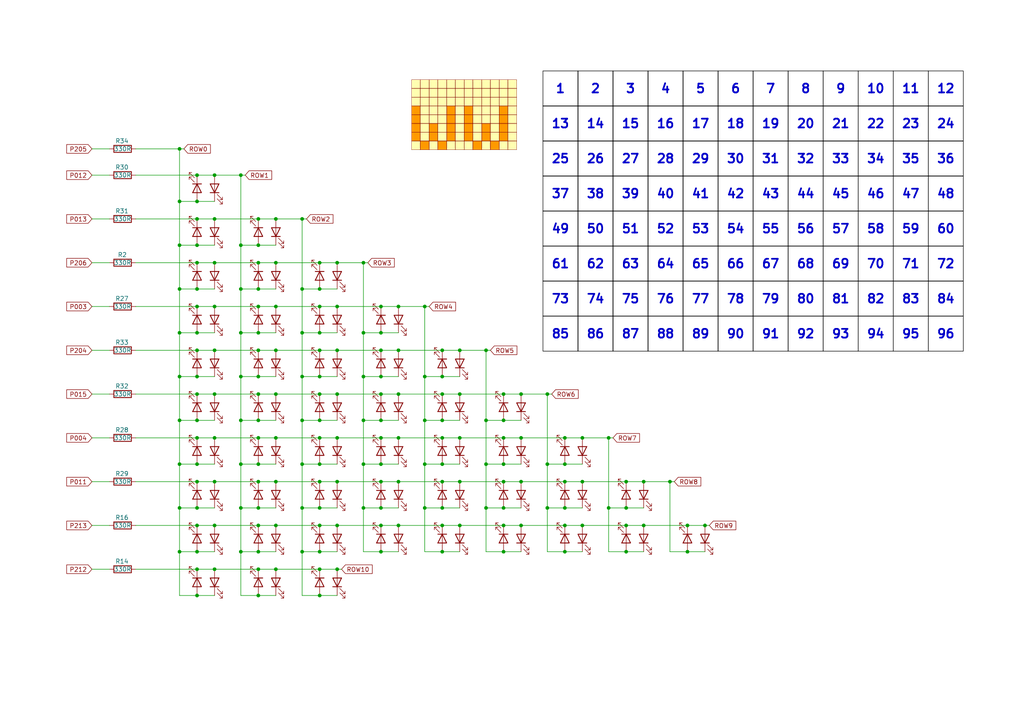
<source format=kicad_sch>
(kicad_sch (version 20231120) (generator "eeschema") (generator_version "8.0")
  (paper "A4")
  (title_block (title "Arduino UNO R4 WiFi LED Matrix") (date "2024-05-14") (rev "1") (company "Carlos Sabogal"))
  (junction (at 133.35 139.7))
  (junction (at 74.93 96.52))
  (junction (at 87.63 109.22))
  (junction (at 176.53 127))
  (junction (at 52.07 109.22))
  (junction (at 80.01 88.9))
  (junction (at 57.15 172.72))
  (junction (at 110.49 134.62))
  (junction (at 110.49 127))
  (junction (at 140.97 121.92))
  (junction (at 87.63 96.52))
  (junction (at 168.91 127))
  (junction (at 52.07 121.92))
  (junction (at 105.41 109.22))
  (junction (at 74.93 147.32))
  (junction (at 151.13 127))
  (junction (at 62.23 88.9))
  (junction (at 168.91 139.7))
  (junction (at 62.23 165.1))
  (junction (at 133.35 152.4))
  (junction (at 74.93 71.12))
  (junction (at 181.61 147.32))
  (junction (at 110.49 101.6))
  (junction (at 115.57 114.3))
  (junction (at 62.23 101.6))
  (junction (at 87.63 147.32))
  (junction (at 181.61 139.7))
  (junction (at 199.39 152.4))
  (junction (at 110.49 160.02))
  (junction (at 146.05 114.3))
  (junction (at 97.79 101.6))
  (junction (at 146.05 134.62))
  (junction (at 168.91 152.4))
  (junction (at 92.71 165.1))
  (junction (at 57.15 152.4))
  (junction (at 128.27 114.3))
  (junction (at 146.05 147.32))
  (junction (at 87.63 160.02))
  (junction (at 80.01 63.5))
  (junction (at 57.15 101.6))
  (junction (at 62.23 76.2))
  (junction (at 110.49 109.22))
  (junction (at 57.15 76.2))
  (junction (at 128.27 134.62))
  (junction (at 87.63 63.5))
  (junction (at 52.07 160.02))
  (junction (at 74.93 152.4))
  (junction (at 97.79 127))
  (junction (at 123.19 121.92))
  (junction (at 52.07 83.82))
  (junction (at 115.57 101.6))
  (junction (at 123.19 109.22))
  (junction (at 74.93 101.6))
  (junction (at 74.93 109.22))
  (junction (at 74.93 76.2))
  (junction (at 128.27 152.4))
  (junction (at 133.35 101.6))
  (junction (at 146.05 160.02))
  (junction (at 62.23 114.3))
  (junction (at 57.15 83.82))
  (junction (at 52.07 71.12))
  (junction (at 92.71 134.62))
  (junction (at 92.71 127))
  (junction (at 69.85 160.02))
  (junction (at 128.27 147.32))
  (junction (at 158.75 134.62))
  (junction (at 69.85 121.92))
  (junction (at 97.79 88.9))
  (junction (at 57.15 134.62))
  (junction (at 105.41 76.2))
  (junction (at 194.31 139.7))
  (junction (at 80.01 165.1))
  (junction (at 57.15 63.5))
  (junction (at 92.71 139.7))
  (junction (at 52.07 134.62))
  (junction (at 69.85 50.8))
  (junction (at 80.01 139.7))
  (junction (at 97.79 165.1))
  (junction (at 74.93 63.5))
  (junction (at 74.93 88.9))
  (junction (at 87.63 121.92))
  (junction (at 163.83 147.32))
  (junction (at 74.93 139.7))
  (junction (at 57.15 147.32))
  (junction (at 57.15 96.52))
  (junction (at 74.93 134.62))
  (junction (at 163.83 127))
  (junction (at 128.27 139.7))
  (junction (at 80.01 152.4))
  (junction (at 151.13 139.7))
  (junction (at 80.01 76.2))
  (junction (at 186.69 152.4))
  (junction (at 110.49 147.32))
  (junction (at 128.27 127))
  (junction (at 62.23 50.8))
  (junction (at 158.75 147.32))
  (junction (at 123.19 88.9))
  (junction (at 97.79 114.3))
  (junction (at 199.39 160.02))
  (junction (at 69.85 134.62))
  (junction (at 158.75 114.3))
  (junction (at 62.23 139.7))
  (junction (at 133.35 114.3))
  (junction (at 57.15 139.7))
  (junction (at 92.71 88.9))
  (junction (at 128.27 121.92))
  (junction (at 87.63 134.62))
  (junction (at 62.23 152.4))
  (junction (at 92.71 114.3))
  (junction (at 133.35 127))
  (junction (at 97.79 152.4))
  (junction (at 115.57 88.9))
  (junction (at 87.63 83.82))
  (junction (at 69.85 147.32))
  (junction (at 92.71 96.52))
  (junction (at 146.05 127))
  (junction (at 74.93 114.3))
  (junction (at 74.93 160.02))
  (junction (at 57.15 71.12))
  (junction (at 74.93 121.92))
  (junction (at 69.85 96.52))
  (junction (at 115.57 139.7))
  (junction (at 146.05 139.7))
  (junction (at 97.79 76.2))
  (junction (at 163.83 160.02))
  (junction (at 151.13 152.4))
  (junction (at 186.69 139.7))
  (junction (at 163.83 139.7))
  (junction (at 92.71 109.22))
  (junction (at 92.71 147.32))
  (junction (at 52.07 147.32))
  (junction (at 74.93 165.1))
  (junction (at 92.71 152.4))
  (junction (at 105.41 134.62))
  (junction (at 128.27 160.02))
  (junction (at 52.07 96.52))
  (junction (at 110.49 96.52))
  (junction (at 110.49 114.3))
  (junction (at 69.85 71.12))
  (junction (at 110.49 88.9))
  (junction (at 105.41 121.92))
  (junction (at 80.01 114.3))
  (junction (at 69.85 109.22))
  (junction (at 97.79 139.7))
  (junction (at 115.57 127))
  (junction (at 163.83 134.62))
  (junction (at 181.61 152.4))
  (junction (at 74.93 127))
  (junction (at 128.27 101.6))
  (junction (at 176.53 147.32))
  (junction (at 57.15 109.22))
  (junction (at 146.05 121.92))
  (junction (at 105.41 96.52))
  (junction (at 74.93 83.82))
  (junction (at 140.97 101.6))
  (junction (at 74.93 172.72))
  (junction (at 57.15 165.1))
  (junction (at 80.01 127))
  (junction (at 57.15 50.8))
  (junction (at 57.15 127))
  (junction (at 92.71 83.82))
  (junction (at 57.15 114.3))
  (junction (at 163.83 152.4))
  (junction (at 92.71 121.92))
  (junction (at 181.61 160.02))
  (junction (at 92.71 101.6))
  (junction (at 146.05 152.4))
  (junction (at 123.19 134.62))
  (junction (at 52.07 43.18))
  (junction (at 110.49 139.7))
  (junction (at 123.19 147.32))
  (junction (at 115.57 152.4))
  (junction (at 105.41 147.32))
  (junction (at 62.23 63.5))
  (junction (at 140.97 147.32))
  (junction (at 57.15 121.92))
  (junction (at 80.01 101.6))
  (junction (at 57.15 88.9))
  (junction (at 204.47 152.4))
  (junction (at 110.49 121.92))
  (junction (at 62.23 127))
  (junction (at 52.07 58.42))
  (junction (at 92.71 172.72))
  (junction (at 57.15 160.02))
  (junction (at 69.85 83.82))
  (junction (at 57.15 58.42))
  (junction (at 110.49 152.4))
  (junction (at 151.13 114.3))
  (junction (at 128.27 109.22))
  (junction (at 92.71 160.02))
  (junction (at 140.97 134.62))
  (junction (at 92.71 76.2))
  (wire (pts (xy 39.37 76.2) (xy 57.15 76.2)))
  (wire (pts (xy 74.93 101.6) (xy 80.01 101.6)))
  (wire (pts (xy 57.15 58.42) (xy 52.07 58.42)))
  (wire (pts (xy 128.27 121.92) (xy 133.35 121.92)))
  (wire (pts (xy 80.01 165.1) (xy 92.71 165.1)))
  (wire (pts (xy 69.85 96.52) (xy 69.85 109.22)))
  (wire (pts (xy 146.05 127) (xy 151.13 127)))
  (wire (pts (xy 123.19 109.22) (xy 123.19 88.9)))
  (wire (pts (xy 69.85 71.12) (xy 69.85 50.8)))
  (wire (pts (xy 194.31 139.7) (xy 195.58 139.7)))
  (wire (pts (xy 74.93 121.92) (xy 69.85 121.92)))
  (wire (pts (xy 87.63 134.62) (xy 87.63 147.32)))
  (wire (pts (xy 62.23 101.6) (xy 74.93 101.6)))
  (wire (pts (xy 62.23 63.5) (xy 74.93 63.5)))
  (wire (pts (xy 92.71 109.22) (xy 87.63 109.22)))
  (wire (pts (xy 39.37 63.5) (xy 57.15 63.5)))
  (wire (pts (xy 62.23 165.1) (xy 74.93 165.1)))
  (wire (pts (xy 146.05 139.7) (xy 151.13 139.7)))
  (wire (pts (xy 92.71 134.62) (xy 87.63 134.62)))
  (wire (pts (xy 92.71 96.52) (xy 87.63 96.52)))
  (wire (pts (xy 92.71 109.22) (xy 97.79 109.22)))
  (wire (pts (xy 146.05 152.4) (xy 151.13 152.4)))
  (wire (pts (xy 128.27 114.3) (xy 133.35 114.3)))
  (wire (pts (xy 105.41 134.62) (xy 105.41 147.32)))
  (wire (pts (xy 176.53 160.02) (xy 176.53 147.32)))
  (wire (pts (xy 57.15 121.92) (xy 52.07 121.92)))
  (wire (pts (xy 92.71 165.1) (xy 97.79 165.1)))
  (wire (pts (xy 87.63 147.32) (xy 87.63 160.02)))
  (wire (pts (xy 26.67 101.6) (xy 31.75 101.6)))
  (wire (pts (xy 52.07 83.82) (xy 57.15 83.82)))
  (wire (pts (xy 57.15 101.6) (xy 62.23 101.6)))
  (wire (pts (xy 115.57 114.3) (xy 128.27 114.3)))
  (wire (pts (xy 74.93 127) (xy 80.01 127)))
  (wire (pts (xy 194.31 160.02) (xy 194.31 139.7)))
  (wire (pts (xy 52.07 71.12) (xy 52.07 83.82)))
  (wire (pts (xy 128.27 152.4) (xy 133.35 152.4)))
  (wire (pts (xy 92.71 121.92) (xy 97.79 121.92)))
  (wire (pts (xy 110.49 96.52) (xy 115.57 96.52)))
  (wire (pts (xy 92.71 152.4) (xy 97.79 152.4)))
  (wire (pts (xy 74.93 160.02) (xy 80.01 160.02)))
  (wire (pts (xy 140.97 147.32) (xy 140.97 160.02)))
  (wire (pts (xy 39.37 88.9) (xy 57.15 88.9)))
  (wire (pts (xy 74.93 109.22) (xy 69.85 109.22)))
  (wire (pts (xy 74.93 172.72) (xy 80.01 172.72)))
  (wire (pts (xy 26.67 114.3) (xy 31.75 114.3)))
  (wire (pts (xy 57.15 127) (xy 62.23 127)))
  (wire (pts (xy 39.37 101.6) (xy 57.15 101.6)))
  (wire (pts (xy 158.75 147.32) (xy 158.75 134.62)))
  (wire (pts (xy 74.93 147.32) (xy 80.01 147.32)))
  (wire (pts (xy 92.71 121.92) (xy 87.63 121.92)))
  (wire (pts (xy 105.41 96.52) (xy 105.41 76.2)))
  (wire (pts (xy 140.97 101.6) (xy 140.97 121.92)))
  (wire (pts (xy 26.67 76.2) (xy 31.75 76.2)))
  (wire (pts (xy 123.19 160.02) (xy 128.27 160.02)))
  (wire (pts (xy 52.07 43.18) (xy 53.34 43.18)))
  (wire (pts (xy 110.49 88.9) (xy 115.57 88.9)))
  (wire (pts (xy 87.63 63.5) (xy 88.9 63.5)))
  (wire (pts (xy 26.67 88.9) (xy 31.75 88.9)))
  (wire (pts (xy 62.23 88.9) (xy 74.93 88.9)))
  (wire (pts (xy 87.63 96.52) (xy 87.63 109.22)))
  (wire (pts (xy 80.01 76.2) (xy 92.71 76.2)))
  (wire (pts (xy 39.37 114.3) (xy 57.15 114.3)))
  (wire (pts (xy 194.31 160.02) (xy 199.39 160.02)))
  (wire (pts (xy 123.19 121.92) (xy 123.19 109.22)))
  (wire (pts (xy 140.97 134.62) (xy 146.05 134.62)))
  (wire (pts (xy 115.57 101.6) (xy 128.27 101.6)))
  (wire (pts (xy 57.15 96.52) (xy 62.23 96.52)))
  (wire (pts (xy 57.15 109.22) (xy 62.23 109.22)))
  (wire (pts (xy 80.01 71.12) (xy 74.93 71.12)))
  (wire (pts (xy 97.79 101.6) (xy 110.49 101.6)))
  (wire (pts (xy 110.49 134.62) (xy 115.57 134.62)))
  (wire (pts (xy 140.97 134.62) (xy 140.97 147.32)))
  (wire (pts (xy 97.79 165.1) (xy 99.06 165.1)))
  (wire (pts (xy 92.71 139.7) (xy 97.79 139.7)))
  (wire (pts (xy 92.71 101.6) (xy 97.79 101.6)))
  (wire (pts (xy 52.07 58.42) (xy 52.07 71.12)))
  (wire (pts (xy 74.93 96.52) (xy 80.01 96.52)))
  (wire (pts (xy 26.67 139.7) (xy 31.75 139.7)))
  (wire (pts (xy 57.15 160.02) (xy 52.07 160.02)))
  (wire (pts (xy 181.61 160.02) (xy 186.69 160.02)))
  (wire (pts (xy 110.49 147.32) (xy 105.41 147.32)))
  (wire (pts (xy 181.61 152.4) (xy 186.69 152.4)))
  (wire (pts (xy 115.57 127) (xy 128.27 127)))
  (wire (pts (xy 133.35 114.3) (xy 146.05 114.3)))
  (wire (pts (xy 92.71 172.72) (xy 87.63 172.72)))
  (wire (pts (xy 140.97 121.92) (xy 140.97 134.62)))
  (wire (pts (xy 69.85 83.82) (xy 74.93 83.82)))
  (wire (pts (xy 92.71 160.02) (xy 87.63 160.02)))
  (wire (pts (xy 57.15 96.52) (xy 52.07 96.52)))
  (wire (pts (xy 92.71 114.3) (xy 97.79 114.3)))
  (wire (pts (xy 57.15 88.9) (xy 62.23 88.9)))
  (wire (pts (xy 199.39 152.4) (xy 204.47 152.4)))
  (wire (pts (xy 69.85 50.8) (xy 71.12 50.8)))
  (wire (pts (xy 163.83 134.62) (xy 168.91 134.62)))
  (wire (pts (xy 52.07 96.52) (xy 52.07 109.22)))
  (wire (pts (xy 69.85 121.92) (xy 69.85 134.62)))
  (wire (pts (xy 74.93 139.7) (xy 80.01 139.7)))
  (wire (pts (xy 92.71 88.9) (xy 97.79 88.9)))
  (wire (pts (xy 62.23 50.8) (xy 69.85 50.8)))
  (wire (pts (xy 128.27 160.02) (xy 133.35 160.02)))
  (wire (pts (xy 163.83 152.4) (xy 168.91 152.4)))
  (wire (pts (xy 123.19 88.9) (xy 124.46 88.9)))
  (wire (pts (xy 26.67 152.4) (xy 31.75 152.4)))
  (wire (pts (xy 163.83 160.02) (xy 168.91 160.02)))
  (wire (pts (xy 87.63 109.22) (xy 87.63 121.92)))
  (wire (pts (xy 74.93 114.3) (xy 80.01 114.3)))
  (wire (pts (xy 80.01 127) (xy 92.71 127)))
  (wire (pts (xy 158.75 114.3) (xy 160.02 114.3)))
  (wire (pts (xy 151.13 114.3) (xy 158.75 114.3)))
  (wire (pts (xy 146.05 134.62) (xy 151.13 134.62)))
  (wire (pts (xy 151.13 139.7) (xy 163.83 139.7)))
  (wire (pts (xy 105.41 147.32) (xy 105.41 160.02)))
  (wire (pts (xy 110.49 96.52) (xy 105.41 96.52)))
  (wire (pts (xy 62.23 76.2) (xy 74.93 76.2)))
  (wire (pts (xy 69.85 71.12) (xy 69.85 83.82)))
  (wire (pts (xy 62.23 83.82) (xy 57.15 83.82)))
  (wire (pts (xy 92.71 147.32) (xy 87.63 147.32)))
  (wire (pts (xy 62.23 139.7) (xy 74.93 139.7)))
  (wire (pts (xy 39.37 165.1) (xy 57.15 165.1)))
  (wire (pts (xy 57.15 121.92) (xy 62.23 121.92)))
  (wire (pts (xy 186.69 139.7) (xy 194.31 139.7)))
  (wire (pts (xy 74.93 76.2) (xy 80.01 76.2)))
  (wire (pts (xy 110.49 109.22) (xy 105.41 109.22)))
  (wire (pts (xy 168.91 139.7) (xy 181.61 139.7)))
  (wire (pts (xy 133.35 127) (xy 146.05 127)))
  (wire (pts (xy 57.15 160.02) (xy 62.23 160.02)))
  (wire (pts (xy 97.79 139.7) (xy 110.49 139.7)))
  (wire (pts (xy 133.35 101.6) (xy 140.97 101.6)))
  (wire (pts (xy 128.27 147.32) (xy 133.35 147.32)))
  (wire (pts (xy 186.69 152.4) (xy 199.39 152.4)))
  (wire (pts (xy 105.41 109.22) (xy 105.41 121.92)))
  (wire (pts (xy 57.15 152.4) (xy 62.23 152.4)))
  (wire (pts (xy 199.39 160.02) (xy 204.47 160.02)))
  (wire (pts (xy 158.75 147.32) (xy 163.83 147.32)))
  (wire (pts (xy 123.19 147.32) (xy 123.19 134.62)))
  (wire (pts (xy 110.49 160.02) (xy 105.41 160.02)))
  (wire (pts (xy 87.63 121.92) (xy 87.63 134.62)))
  (wire (pts (xy 26.67 127) (xy 31.75 127)))
  (wire (pts (xy 80.01 88.9) (xy 92.71 88.9)))
  (wire (pts (xy 110.49 127) (xy 115.57 127)))
  (wire (pts (xy 39.37 50.8) (xy 57.15 50.8)))
  (wire (pts (xy 158.75 160.02) (xy 158.75 147.32)))
  (wire (pts (xy 39.37 139.7) (xy 57.15 139.7)))
  (wire (pts (xy 123.19 134.62) (xy 123.19 121.92)))
  (wire (pts (xy 87.63 83.82) (xy 87.63 96.52)))
  (wire (pts (xy 105.41 96.52) (xy 105.41 109.22)))
  (wire (pts (xy 26.67 165.1) (xy 31.75 165.1)))
  (wire (pts (xy 140.97 101.6) (xy 142.24 101.6)))
  (wire (pts (xy 92.71 76.2) (xy 97.79 76.2)))
  (wire (pts (xy 204.47 152.4) (xy 205.74 152.4)))
  (wire (pts (xy 57.15 139.7) (xy 62.23 139.7)))
  (wire (pts (xy 128.27 134.62) (xy 133.35 134.62)))
  (wire (pts (xy 69.85 134.62) (xy 69.85 147.32)))
  (wire (pts (xy 176.53 127) (xy 177.8 127)))
  (wire (pts (xy 133.35 152.4) (xy 146.05 152.4)))
  (wire (pts (xy 57.15 172.72) (xy 62.23 172.72)))
  (wire (pts (xy 52.07 147.32) (xy 52.07 160.02)))
  (wire (pts (xy 123.19 134.62) (xy 128.27 134.62)))
  (wire (pts (xy 74.93 165.1) (xy 80.01 165.1)))
  (wire (pts (xy 146.05 147.32) (xy 151.13 147.32)))
  (wire (pts (xy 80.01 101.6) (xy 92.71 101.6)))
  (wire (pts (xy 110.49 101.6) (xy 115.57 101.6)))
  (wire (pts (xy 74.93 172.72) (xy 69.85 172.72)))
  (wire (pts (xy 105.41 76.2) (xy 106.68 76.2)))
  (wire (pts (xy 52.07 83.82) (xy 52.07 96.52)))
  (wire (pts (xy 146.05 114.3) (xy 151.13 114.3)))
  (wire (pts (xy 128.27 139.7) (xy 133.35 139.7)))
  (wire (pts (xy 87.63 160.02) (xy 87.63 172.72)))
  (wire (pts (xy 146.05 121.92) (xy 151.13 121.92)))
  (wire (pts (xy 110.49 109.22) (xy 115.57 109.22)))
  (wire (pts (xy 97.79 127) (xy 110.49 127)))
  (wire (pts (xy 80.01 139.7) (xy 92.71 139.7)))
  (wire (pts (xy 176.53 127) (xy 176.53 147.32)))
  (wire (pts (xy 168.91 152.4) (xy 181.61 152.4)))
  (wire (pts (xy 128.27 127) (xy 133.35 127)))
  (wire (pts (xy 74.93 152.4) (xy 80.01 152.4)))
  (wire (pts (xy 115.57 139.7) (xy 128.27 139.7)))
  (wire (pts (xy 110.49 147.32) (xy 115.57 147.32)))
  (wire (pts (xy 92.71 96.52) (xy 97.79 96.52)))
  (wire (pts (xy 158.75 160.02) (xy 163.83 160.02)))
  (wire (pts (xy 163.83 147.32) (xy 168.91 147.32)))
  (wire (pts (xy 52.07 109.22) (xy 52.07 121.92)))
  (wire (pts (xy 69.85 83.82) (xy 69.85 96.52)))
  (wire (pts (xy 74.93 147.32) (xy 69.85 147.32)))
  (wire (pts (xy 74.93 134.62) (xy 80.01 134.62)))
  (wire (pts (xy 128.27 101.6) (xy 133.35 101.6)))
  (wire (pts (xy 52.07 160.02) (xy 52.07 172.72)))
  (wire (pts (xy 57.15 134.62) (xy 52.07 134.62)))
  (wire (pts (xy 110.49 152.4) (xy 115.57 152.4)))
  (wire (pts (xy 69.85 160.02) (xy 69.85 172.72)))
  (wire (pts (xy 97.79 88.9) (xy 110.49 88.9)))
  (wire (pts (xy 74.93 121.92) (xy 80.01 121.92)))
  (wire (pts (xy 92.71 83.82) (xy 97.79 83.82)))
  (wire (pts (xy 52.07 71.12) (xy 57.15 71.12)))
  (wire (pts (xy 57.15 109.22) (xy 52.07 109.22)))
  (wire (pts (xy 110.49 114.3) (xy 115.57 114.3)))
  (wire (pts (xy 105.41 121.92) (xy 105.41 134.62)))
  (wire (pts (xy 92.71 147.32) (xy 97.79 147.32)))
  (wire (pts (xy 52.07 43.18) (xy 52.07 58.42)))
  (wire (pts (xy 57.15 114.3) (xy 62.23 114.3)))
  (wire (pts (xy 57.15 76.2) (xy 62.23 76.2)))
  (wire (pts (xy 26.67 43.18) (xy 31.75 43.18)))
  (wire (pts (xy 123.19 121.92) (xy 128.27 121.92)))
  (wire (pts (xy 92.71 127) (xy 97.79 127)))
  (wire (pts (xy 110.49 121.92) (xy 105.41 121.92)))
  (wire (pts (xy 57.15 147.32) (xy 52.07 147.32)))
  (wire (pts (xy 158.75 114.3) (xy 158.75 134.62)))
  (wire (pts (xy 168.91 127) (xy 176.53 127)))
  (wire (pts (xy 163.83 127) (xy 168.91 127)))
  (wire (pts (xy 97.79 76.2) (xy 105.41 76.2)))
  (wire (pts (xy 123.19 160.02) (xy 123.19 147.32)))
  (wire (pts (xy 133.35 139.7) (xy 146.05 139.7)))
  (wire (pts (xy 52.07 134.62) (xy 52.07 147.32)))
  (wire (pts (xy 80.01 83.82) (xy 74.93 83.82)))
  (wire (pts (xy 57.15 165.1) (xy 62.23 165.1)))
  (wire (pts (xy 92.71 160.02) (xy 97.79 160.02)))
  (wire (pts (xy 74.93 160.02) (xy 69.85 160.02)))
  (wire (pts (xy 115.57 152.4) (xy 128.27 152.4)))
  (wire (pts (xy 128.27 109.22) (xy 133.35 109.22)))
  (wire (pts (xy 39.37 127) (xy 57.15 127)))
  (wire (pts (xy 26.67 63.5) (xy 31.75 63.5)))
  (wire (pts (xy 39.37 152.4) (xy 57.15 152.4)))
  (wire (pts (xy 80.01 152.4) (xy 92.71 152.4)))
  (wire (pts (xy 176.53 147.32) (xy 181.61 147.32)))
  (wire (pts (xy 92.71 172.72) (xy 97.79 172.72)))
  (wire (pts (xy 62.23 152.4) (xy 74.93 152.4)))
  (wire (pts (xy 26.67 50.8) (xy 31.75 50.8)))
  (wire (pts (xy 123.19 147.32) (xy 128.27 147.32)))
  (wire (pts (xy 80.01 114.3) (xy 92.71 114.3)))
  (wire (pts (xy 69.85 109.22) (xy 69.85 121.92)))
  (wire (pts (xy 110.49 139.7) (xy 115.57 139.7)))
  (wire (pts (xy 181.61 139.7) (xy 186.69 139.7)))
  (wire (pts (xy 62.23 114.3) (xy 74.93 114.3)))
  (wire (pts (xy 74.93 96.52) (xy 69.85 96.52)))
  (wire (pts (xy 92.71 134.62) (xy 97.79 134.62)))
  (wire (pts (xy 62.23 71.12) (xy 57.15 71.12)))
  (wire (pts (xy 57.15 147.32) (xy 62.23 147.32)))
  (wire (pts (xy 74.93 134.62) (xy 69.85 134.62)))
  (wire (pts (xy 87.63 83.82) (xy 92.71 83.82)))
  (wire (pts (xy 110.49 134.62) (xy 105.41 134.62)))
  (wire (pts (xy 140.97 160.02) (xy 146.05 160.02)))
  (wire (pts (xy 57.15 63.5) (xy 62.23 63.5)))
  (wire (pts (xy 97.79 114.3) (xy 110.49 114.3)))
  (wire (pts (xy 57.15 172.72) (xy 52.07 172.72)))
  (wire (pts (xy 52.07 121.92) (xy 52.07 134.62)))
  (wire (pts (xy 87.63 63.5) (xy 87.63 83.82)))
  (wire (pts (xy 57.15 134.62) (xy 62.23 134.62)))
  (wire (pts (xy 74.93 88.9) (xy 80.01 88.9)))
  (wire (pts (xy 110.49 121.92) (xy 115.57 121.92)))
  (wire (pts (xy 140.97 121.92) (xy 146.05 121.92)))
  (wire (pts (xy 163.83 139.7) (xy 168.91 139.7)))
  (wire (pts (xy 176.53 160.02) (xy 181.61 160.02)))
  (wire (pts (xy 57.15 50.8) (xy 62.23 50.8)))
  (wire (pts (xy 69.85 147.32) (xy 69.85 160.02)))
  (wire (pts (xy 115.57 88.9) (xy 123.19 88.9)))
  (wire (pts (xy 39.37 43.18) (xy 52.07 43.18)))
  (wire (pts (xy 123.19 109.22) (xy 128.27 109.22)))
  (wire (pts (xy 151.13 152.4) (xy 163.83 152.4)))
  (wire (pts (xy 110.49 160.02) (xy 115.57 160.02)))
  (wire (pts (xy 151.13 127) (xy 163.83 127)))
  (wire (pts (xy 80.01 63.5) (xy 87.63 63.5)))
  (wire (pts (xy 74.93 109.22) (xy 80.01 109.22)))
  (wire (pts (xy 140.97 147.32) (xy 146.05 147.32)))
  (wire (pts (xy 62.23 127) (xy 74.93 127)))
  (wire (pts (xy 158.75 134.62) (xy 163.83 134.62)))
  (wire (pts (xy 97.79 152.4) (xy 110.49 152.4)))
  (wire (pts (xy 74.93 63.5) (xy 80.01 63.5)))
  (wire (pts (xy 146.05 160.02) (xy 151.13 160.02)))
  (wire (pts (xy 62.23 58.42) (xy 57.15 58.42)))
  (wire (pts (xy 181.61 147.32) (xy 186.69 147.32)))
  (wire (pts (xy 69.85 71.12) (xy 74.93 71.12)))
  (rectangle (start 134.62 35.814) (end 132.08 38.354) (stroke (width 0.0254) (color 128 0 0 1)) (fill (type color) (color 255 255 176 1)))
  (rectangle (start 139.7 23.114) (end 137.16 25.654) (stroke (width 0.0254) (color 128 0 0 1)) (fill (type color) (color 255 255 176 1)))
  (rectangle (start 127 28.194) (end 124.46 30.734) (stroke (width 0.0254) (color 128 0 0 1)) (fill (type color) (color 255 255 176 1)))
  (rectangle (start 121.92 38.354) (end 119.38 40.894) (stroke (width 0.0254) (color 128 0 0 1)) (fill (type color) (color 255 153 0 1)))
  (rectangle (start 142.24 35.814) (end 139.7 38.354) (stroke (width 0.0254) (color 128 0 0 1)) (fill (type color) (color 255 153 0 1)))
  (rectangle (start 129.54 40.894) (end 127 43.434) (stroke (width 0.0254) (color 128 0 0 1)) (fill (type color) (color 255 153 0 1)))
  (rectangle (start 139.7 28.194) (end 137.16 30.734) (stroke (width 0.0254) (color 128 0 0 1)) (fill (type color) (color 255 255 176 1)))
  (rectangle (start 132.08 23.114) (end 129.54 25.654) (stroke (width 0.0254) (color 128 0 0 1)) (fill (type color) (color 255 255 176 1)))
  (rectangle (start 132.08 38.354) (end 129.54 40.894) (stroke (width 0.0254) (color 128 0 0 1)) (fill (type color) (color 255 153 0 1)))
  (rectangle (start 142.24 30.734) (end 139.7 33.274) (stroke (width 0.0254) (color 128 0 0 1)) (fill (type color) (color 255 255 176 1)))
  (rectangle (start 132.08 33.274) (end 129.54 35.814) (stroke (width 0.0254) (color 128 0 0 1)) (fill (type color) (color 255 153 0 1)))
  (rectangle (start 144.78 28.194) (end 142.24 30.734) (stroke (width 0.0254) (color 128 0 0 1)) (fill (type color) (color 255 255 176 1)))
  (rectangle (start 139.7 38.354) (end 137.16 40.894) (stroke (width 0.0254) (color 128 0 0 1)) (fill (type color) (color 255 255 176 1)))
  (rectangle (start 139.7 35.814) (end 137.16 38.354) (stroke (width 0.0254) (color 128 0 0 1)) (fill (type color) (color 255 255 176 1)))
  (rectangle (start 149.86 38.354) (end 147.32 40.894) (stroke (width 0.0254) (color 128 0 0 1)) (fill (type color) (color 255 255 176 1)))
  (rectangle (start 144.78 35.814) (end 147.32 38.354) (stroke (width 0.0254) (color 128 0 0 1)) (fill (type color) (color 255 153 0 1)))
  (rectangle (start 127 30.734) (end 124.46 33.274) (stroke (width 0.0254) (color 128 0 0 1)) (fill (type color) (color 255 255 176 1)))
  (rectangle (start 149.86 23.114) (end 147.32 25.654) (stroke (width 0.0254) (color 128 0 0 1)) (fill (type color) (color 255 255 176 1)))
  (rectangle (start 144.78 35.814) (end 142.24 38.354) (stroke (width 0.0254) (color 128 0 0 1)) (fill (type color) (color 255 255 176 1)))
  (rectangle (start 139.7 33.274) (end 137.16 35.814) (stroke (width 0.0254) (color 128 0 0 1)) (fill (type color) (color 255 255 176 1)))
  (rectangle (start 142.24 40.894) (end 139.7 43.434) (stroke (width 0.0254) (color 128 0 0 1)) (fill (type color) (color 255 255 176 1)))
  (rectangle (start 127 35.814) (end 124.46 38.354) (stroke (width 0.0254) (color 128 0 0 1)) (fill (type color) (color 255 153 0 1)))
  (rectangle (start 127 33.274) (end 124.46 35.814) (stroke (width 0.0254) (color 128 0 0 1)) (fill (type color) (color 255 255 176 1)))
  (rectangle (start 147.32 23.114) (end 144.78 25.654) (stroke (width 0.0254) (color 128 0 0 1)) (fill (type color) (color 255 255 176 1)))
  (rectangle (start 137.16 23.114) (end 134.62 25.654) (stroke (width 0.0254) (color 128 0 0 1)) (fill (type color) (color 255 255 176 1)))
  (rectangle (start 132.08 25.654) (end 129.54 28.194) (stroke (width 0.0254) (color 128 0 0 1)) (fill (type color) (color 255 255 176 1)))
  (rectangle (start 137.16 40.894) (end 134.62 43.434) (stroke (width 0.0254) (color 128 0 0 1)) (fill (type color) (color 255 255 176 1)))
  (rectangle (start 127 40.894) (end 124.46 43.434) (stroke (width 0.0254) (color 128 0 0 1)) (fill (type color) (color 255 255 176 1)))
  (rectangle (start 124.46 38.354) (end 121.92 40.894) (stroke (width 0.0254) (color 128 0 0 1)) (fill (type color) (color 255 255 176 1)))
  (rectangle (start 129.54 33.274) (end 127 35.814) (stroke (width 0.0254) (color 128 0 0 1)) (fill (type color) (color 255 255 176 1)))
  (rectangle (start 134.62 33.274) (end 132.08 35.814) (stroke (width 0.0254) (color 128 0 0 1)) (fill (type color) (color 255 255 176 1)))
  (rectangle (start 147.32 40.894) (end 144.78 43.434) (stroke (width 0.0254) (color 128 0 0 1)) (fill (type color) (color 255 255 176 1)))
  (rectangle (start 142.24 25.654) (end 139.7 28.194) (stroke (width 0.0254) (color 128 0 0 1)) (fill (type color) (color 255 255 176 1)))
  (rectangle (start 129.54 35.814) (end 127 38.354) (stroke (width 0.0254) (color 128 0 0 1)) (fill (type color) (color 255 255 176 1)))
  (rectangle (start 124.46 25.654) (end 121.92 28.194) (stroke (width 0.0254) (color 128 0 0 1)) (fill (type color) (color 255 255 176 1)))
  (rectangle (start 121.92 40.894) (end 119.38 43.434) (stroke (width 0.0254) (color 128 0 0 1)) (fill (type color) (color 255 255 176 1)))
  (rectangle (start 142.24 28.194) (end 139.7 30.734) (stroke (width 0.0254) (color 128 0 0 1)) (fill (type color) (color 255 255 176 1)))
  (rectangle (start 134.62 38.354) (end 132.08 40.894) (stroke (width 0.0254) (color 128 0 0 1)) (fill (type color) (color 255 255 176 1)))
  (rectangle (start 147.32 33.274) (end 144.78 35.814) (stroke (width 0.0254) (color 128 0 0 1)) (fill (type color) (color 255 153 0 1)))
  (rectangle (start 134.62 40.894) (end 132.08 43.434) (stroke (width 0.0254) (color 128 0 0 1)) (fill (type color) (color 255 255 176 1)))
  (rectangle (start 137.16 25.654) (end 134.62 28.194) (stroke (width 0.0254) (color 128 0 0 1)) (fill (type color) (color 255 255 176 1)))
  (rectangle (start 142.24 33.274) (end 139.7 35.814) (stroke (width 0.0254) (color 128 0 0 1)) (fill (type color) (color 255 255 176 1)))
  (rectangle (start 149.86 30.734) (end 147.32 33.274) (stroke (width 0.0254) (color 128 0 0 1)) (fill (type color) (color 255 255 176 1)))
  (rectangle (start 132.08 28.194) (end 129.54 30.734) (stroke (width 0.0254) (color 128 0 0 1)) (fill (type color) (color 255 255 176 1)))
  (rectangle (start 139.7 40.894) (end 137.16 43.434) (stroke (width 0.0254) (color 128 0 0 1)) (fill (type color) (color 255 153 0 1)))
  (rectangle (start 124.46 33.274) (end 121.92 35.814) (stroke (width 0.0254) (color 128 0 0 1)) (fill (type color) (color 255 255 176 1)))
  (rectangle (start 124.46 30.734) (end 121.92 33.274) (stroke (width 0.0254) (color 128 0 0 1)) (fill (type color) (color 255 255 176 1)))
  (rectangle (start 149.86 40.894) (end 147.32 43.434) (stroke (width 0.0254) (color 128 0 0 1)) (fill (type color) (color 255 255 176 1)))
  (rectangle (start 127 23.114) (end 124.46 25.654) (stroke (width 0.0254) (color 128 0 0 1)) (fill (type color) (color 255 255 176 1)))
  (rectangle (start 137.16 38.354) (end 134.62 40.894) (stroke (width 0.0254) (color 128 0 0 1)) (fill (type color) (color 255 153 0 1)))
  (rectangle (start 124.46 28.194) (end 121.92 30.734) (stroke (width 0.0254) (color 128 0 0 1)) (fill (type color) (color 255 255 176 1)))
  (rectangle (start 147.32 25.654) (end 144.78 28.194) (stroke (width 0.0254) (color 128 0 0 1)) (fill (type color) (color 255 255 176 1)))
  (rectangle (start 121.92 30.734) (end 119.38 33.274) (stroke (width 0.0254) (color 128 0 0 1)) (fill (type color) (color 255 153 0 1)))
  (rectangle (start 137.16 28.194) (end 134.62 30.734) (stroke (width 0.0254) (color 128 0 0 1)) (fill (type color) (color 255 255 176 1)))
  (rectangle (start 129.54 23.114) (end 127 25.654) (stroke (width 0.0254) (color 128 0 0 1)) (fill (type color) (color 255 255 176 1)))
  (rectangle (start 147.32 38.354) (end 144.78 40.894) (stroke (width 0.0254) (color 128 0 0 1)) (fill (type color) (color 255 153 0 1)))
  (rectangle (start 129.54 28.194) (end 127 30.734) (stroke (width 0.0254) (color 128 0 0 1)) (fill (type color) (color 255 255 176 1)))
  (rectangle (start 132.08 30.734) (end 129.54 33.274) (stroke (width 0.0254) (color 128 0 0 1)) (fill (type color) (color 255 153 0 1)))
  (rectangle (start 144.78 40.894) (end 142.24 43.434) (stroke (width 0.0254) (color 128 0 0 1)) (fill (type color) (color 255 153 0 1)))
  (rectangle (start 127 38.354) (end 124.46 40.894) (stroke (width 0.0254) (color 128 0 0 1)) (fill (type color) (color 255 153 0 1)))
  (rectangle (start 121.92 23.114) (end 119.38 25.654) (stroke (width 0.0254) (color 128 0 0 1)) (fill (type color) (color 255 255 176 1)))
  (rectangle (start 144.78 30.734) (end 142.24 33.274) (stroke (width 0.0254) (color 128 0 0 1)) (fill (type color) (color 255 255 176 1)))
  (rectangle (start 144.78 25.654) (end 142.24 28.194) (stroke (width 0.0254) (color 128 0 0 1)) (fill (type color) (color 255 255 176 1)))
  (rectangle (start 149.86 33.274) (end 147.32 35.814) (stroke (width 0.0254) (color 128 0 0 1)) (fill (type color) (color 255 255 176 1)))
  (rectangle (start 132.08 35.814) (end 129.54 38.354) (stroke (width 0.0254) (color 128 0 0 1)) (fill (type color) (color 255 153 0 1)))
  (rectangle (start 129.54 25.654) (end 127 28.194) (stroke (width 0.0254) (color 128 0 0 1)) (fill (type color) (color 255 255 176 1)))
  (rectangle (start 137.16 35.814) (end 134.62 38.354) (stroke (width 0.0254) (color 128 0 0 1)) (fill (type color) (color 255 153 0 1)))
  (rectangle (start 121.92 28.194) (end 119.38 30.734) (stroke (width 0.0254) (color 128 0 0 1)) (fill (type color) (color 255 255 176 1)))
  (rectangle (start 134.62 28.194) (end 132.08 30.734) (stroke (width 0.0254) (color 128 0 0 1)) (fill (type color) (color 255 255 176 1)))
  (rectangle (start 147.32 28.194) (end 144.78 30.734) (stroke (width 0.0254) (color 128 0 0 1)) (fill (type color) (color 255 255 176 1)))
  (rectangle (start 121.92 35.814) (end 119.38 38.354) (stroke (width 0.0254) (color 128 0 0 1)) (fill (type color) (color 255 153 0 1)))
  (rectangle (start 121.92 33.274) (end 119.38 35.814) (stroke (width 0.0254) (color 128 0 0 1)) (fill (type color) (color 255 153 0 1)))
  (rectangle (start 134.62 23.114) (end 132.08 25.654) (stroke (width 0.0254) (color 128 0 0 1)) (fill (type color) (color 255 255 176 1)))
  (rectangle (start 147.32 30.734) (end 144.78 33.274) (stroke (width 0.0254) (color 128 0 0 1)) (fill (type color) (color 255 153 0 1)))
  (rectangle (start 127 25.654) (end 124.46 28.194) (stroke (width 0.0254) (color 128 0 0 1)) (fill (type color) (color 255 255 176 1)))
  (rectangle (start 144.78 33.274) (end 142.24 35.814) (stroke (width 0.0254) (color 128 0 0 1)) (fill (type color) (color 255 255 176 1)))
  (rectangle (start 137.16 30.734) (end 134.62 33.274) (stroke (width 0.0254) (color 128 0 0 1)) (fill (type color) (color 255 153 0 1)))
  (rectangle (start 124.46 23.114) (end 121.92 25.654) (stroke (width 0.0254) (color 128 0 0 1)) (fill (type color) (color 255 255 176 1)))
  (rectangle (start 132.08 40.894) (end 129.54 43.434) (stroke (width 0.0254) (color 128 0 0 1)) (fill (type color) (color 255 255 176 1)))
  (rectangle (start 137.16 33.274) (end 134.62 35.814) (stroke (width 0.0254) (color 128 0 0 1)) (fill (type color) (color 255 153 0 1)))
  (rectangle (start 149.86 25.654) (end 147.32 28.194) (stroke (width 0.0254) (color 128 0 0 1)) (fill (type color) (color 255 255 176 1)))
  (rectangle (start 129.54 30.734) (end 127 33.274) (stroke (width 0.0254) (color 128 0 0 1)) (fill (type color) (color 255 255 176 1)))
  (rectangle (start 144.78 23.114) (end 142.24 25.654) (stroke (width 0.0254) (color 128 0 0 1)) (fill (type color) (color 255 255 176 1)))
  (rectangle (start 124.46 40.894) (end 121.92 43.434) (stroke (width 0.0254) (color 128 0 0 1)) (fill (type color) (color 255 153 0 1)))
  (rectangle (start 142.24 38.354) (end 139.7 40.894) (stroke (width 0.0254) (color 128 0 0 1)) (fill (type color) (color 255 153 0 1)))
  (rectangle (start 121.92 25.654) (end 119.38 28.194) (stroke (width 0.0254) (color 128 0 0 1)) (fill (type color) (color 255 255 176 1)))
  (rectangle (start 134.62 25.654) (end 132.08 28.194) (stroke (width 0.0254) (color 128 0 0 1)) (fill (type color) (color 255 255 176 1)))
  (rectangle (start 139.7 25.654) (end 137.16 28.194) (stroke (width 0.0254) (color 128 0 0 1)) (fill (type color) (color 255 255 176 1)))
  (rectangle (start 149.86 28.194) (end 147.32 30.734) (stroke (width 0.0254) (color 128 0 0 1)) (fill (type color) (color 255 255 176 1)))
  (rectangle (start 147.32 35.814) (end 149.86 38.354) (stroke (width 0.0254) (color 128 0 0 1)) (fill (type color) (color 255 255 176 1)))
  (rectangle (start 139.7 30.734) (end 137.16 33.274) (stroke (width 0.0254) (color 128 0 0 1)) (fill (type color) (color 255 255 176 1)))
  (rectangle (start 124.46 35.814) (end 121.92 38.354) (stroke (width 0.0254) (color 128 0 0 1)) (fill (type color) (color 255 255 176 1)))
  (rectangle (start 144.78 38.354) (end 142.24 40.894) (stroke (width 0.0254) (color 128 0 0 1)) (fill (type color) (color 255 255 176 1)))
  (rectangle (start 134.62 30.734) (end 132.08 33.274) (stroke (width 0.0254) (color 128 0 0 1)) (fill (type color) (color 255 255 176 1)))
  (rectangle (start 129.54 38.354) (end 127 40.894) (stroke (width 0.0254) (color 128 0 0 1)) (fill (type color) (color 255 255 176 1)))
  (rectangle (start 142.24 23.114) (end 139.7 25.654) (stroke (width 0.0254) (color 128 0 0 1)) (fill (type color) (color 255 255 176 1)))
  (text_box "75" (at 177.8 81.534 0) (size 10.16 10.16) (stroke (width 0) (color 0 0 0 1)) (effects (font (size 2.54 2.54) (thickness 0.508) (bold yes))))
  (text_box "61" (at 157.48 71.374 0) (size 10.16 10.16) (stroke (width 0) (color 0 0 0 1)) (effects (font (size 2.54 2.54) (thickness 0.508) (bold yes))))
  (text_box "30" (at 208.28 40.894 0) (size 10.16 10.16) (stroke (width 0) (color 0 0 0 1)) (effects (font (size 2.54 2.54) (thickness 0.508) (bold yes))))
  (text_box "96" (at 269.24 91.694 0) (size 10.16 10.16) (stroke (width 0) (color 0 0 0 1)) (effects (font (size 2.54 2.54) (thickness 0.508) (bold yes))))
  (text_box "34" (at 248.92 40.894 0) (size 10.16 10.16) (stroke (width 0) (color 0 0 0 1)) (effects (font (size 2.54 2.54) (thickness 0.508) (bold yes))))
  (text_box "70" (at 248.92 71.374 0) (size 10.16 10.16) (stroke (width 0) (color 0 0 0 1)) (effects (font (size 2.54 2.54) (thickness 0.508) (bold yes))))
  (text_box "5" (at 198.12 20.574 0) (size 10.16 10.16) (stroke (width 0) (color 0 0 0 1)) (effects (font (size 2.54 2.54) (thickness 0.508) (bold yes))))
  (text_box "54" (at 208.28 61.214 0) (size 10.16 10.16) (stroke (width 0) (color 0 0 0 1)) (effects (font (size 2.54 2.54) (thickness 0.508) (bold yes))))
  (text_box "18" (at 208.28 30.734 0) (size 10.16 10.16) (stroke (width 0) (color 0 0 0 1)) (effects (font (size 2.54 2.54) (thickness 0.508) (bold yes))))
  (text_box "66" (at 208.28 71.374 0) (size 10.16 10.16) (stroke (width 0) (color 0 0 0 1)) (effects (font (size 2.54 2.54) (thickness 0.508) (bold yes))))
  (text_box "16" (at 187.96 30.734 0) (size 10.16 10.16) (stroke (width 0) (color 0 0 0 1)) (effects (font (size 2.54 2.54) (thickness 0.508) (bold yes))))
  (text_box "60" (at 269.24 61.214 0) (size 10.16 10.16) (stroke (width 0) (color 0 0 0 1)) (effects (font (size 2.54 2.54) (thickness 0.508) (bold yes))))
  (text_box "88" (at 187.96 91.694 0) (size 10.16 10.16) (stroke (width 0) (color 0 0 0 1)) (effects (font (size 2.54 2.54) (thickness 0.508) (bold yes))))
  (text_box "1" (at 157.48 20.574 0) (size 10.16 10.16) (stroke (width 0) (color 0 0 0 1)) (effects (font (size 2.54 2.54) (thickness 0.508) (bold yes))))
  (text_box "63" (at 177.8 71.374 0) (size 10.16 10.16) (stroke (width 0) (color 0 0 0 1)) (effects (font (size 2.54 2.54) (thickness 0.508) (bold yes))))
  (text_box "7" (at 218.44 20.574 0) (size 10.16 10.16) (stroke (width 0) (color 0 0 0 1)) (effects (font (size 2.54 2.54) (thickness 0.508) (bold yes))))
  (text_box "92" (at 228.6 91.694 0) (size 10.16 10.16) (stroke (width 0) (color 0 0 0 1)) (effects (font (size 2.54 2.54) (thickness 0.508) (bold yes))))
  (text_box "90" (at 208.28 91.694 0) (size 10.16 10.16) (stroke (width 0) (color 0 0 0 1)) (effects (font (size 2.54 2.54) (thickness 0.508) (bold yes))))
  (text_box "57" (at 238.76 61.214 0) (size 10.16 10.16) (stroke (width 0) (color 0 0 0 1)) (effects (font (size 2.54 2.54) (thickness 0.508) (bold yes))))
  (text_box "28" (at 187.96 40.894 0) (size 10.16 10.16) (stroke (width 0) (color 0 0 0 1)) (effects (font (size 2.54 2.54) (thickness 0.508) (bold yes))))
  (text_box "49" (at 157.48 61.214 0) (size 10.16 10.16) (stroke (width 0) (color 0 0 0 1)) (effects (font (size 2.54 2.54) (thickness 0.508) (bold yes))))
  (text_box "40" (at 187.96 51.054 0) (size 10.16 10.16) (stroke (width 0) (color 0 0 0 1)) (effects (font (size 2.54 2.54) (thickness 0.508) (bold yes))))
  (text_box "51" (at 177.8 61.214 0) (size 10.16 10.16) (stroke (width 0) (color 0 0 0 1)) (effects (font (size 2.54 2.54) (thickness 0.508) (bold yes))))
  (text_box "72" (at 269.24 71.374 0) (size 10.16 10.16) (stroke (width 0) (color 0 0 0 1)) (effects (font (size 2.54 2.54) (thickness 0.508) (bold yes))))
  (text_box "56" (at 228.6 61.214 0) (size 10.16 10.16) (stroke (width 0) (color 0 0 0 1)) (effects (font (size 2.54 2.54) (thickness 0.508) (bold yes))))
  (text_box "77" (at 198.12 81.534 0) (size 10.16 10.16) (stroke (width 0) (color 0 0 0 1)) (effects (font (size 2.54 2.54) (thickness 0.508) (bold yes))))
  (text_box "9" (at 238.76 20.574 0) (size 10.16 10.16) (stroke (width 0) (color 0 0 0 1)) (effects (font (size 2.54 2.54) (thickness 0.508) (bold yes))))
  (text_box "46" (at 248.92 51.054 0) (size 10.16 10.16) (stroke (width 0) (color 0 0 0 1)) (effects (font (size 2.54 2.54) (thickness 0.508) (bold yes))))
  (text_box "37" (at 157.48 51.054 0) (size 10.16 10.16) (stroke (width 0) (color 0 0 0 1)) (effects (font (size 2.54 2.54) (thickness 0.508) (bold yes))))
  (text_box "23" (at 259.08 30.734 0) (size 10.16 10.16) (stroke (width 0) (color 0 0 0 1)) (effects (font (size 2.54 2.54) (thickness 0.508) (bold yes))))
  (text_box "69" (at 238.76 71.374 0) (size 10.16 10.16) (stroke (width 0) (color 0 0 0 1)) (effects (font (size 2.54 2.54) (thickness 0.508) (bold yes))))
  (text_box "22" (at 248.92 30.734 0) (size 10.16 10.16) (stroke (width 0) (color 0 0 0 1)) (effects (font (size 2.54 2.54) (thickness 0.508) (bold yes))))
  (text_box "14" (at 167.64 30.734 0) (size 10.16 10.16) (stroke (width 0) (color 0 0 0 1)) (effects (font (size 2.54 2.54) (thickness 0.508) (bold yes))))
  (text_box "27" (at 177.8 40.894 0) (size 10.16 10.16) (stroke (width 0) (color 0 0 0 1)) (effects (font (size 2.54 2.54) (thickness 0.508) (bold yes))))
  (text_box "91" (at 218.44 91.694 0) (size 10.16 10.16) (stroke (width 0) (color 0 0 0 1)) (effects (font (size 2.54 2.54) (thickness 0.508) (bold yes))))
  (text_box "20" (at 228.6 30.734 0) (size 10.16 10.16) (stroke (width 0) (color 0 0 0 1)) (effects (font (size 2.54 2.54) (thickness 0.508) (bold yes))))
  (text_box "76" (at 187.96 81.534 0) (size 10.16 10.16) (stroke (width 0) (color 0 0 0 1)) (effects (font (size 2.54 2.54) (thickness 0.508) (bold yes))))
  (text_box "84" (at 269.24 81.534 0) (size 10.16 10.16) (stroke (width 0) (color 0 0 0 1)) (effects (font (size 2.54 2.54) (thickness 0.508) (bold yes))))
  (text_box "78" (at 208.28 81.534 0) (size 10.16 10.16) (stroke (width 0) (color 0 0 0 1)) (effects (font (size 2.54 2.54) (thickness 0.508) (bold yes))))
  (text_box "59" (at 259.08 61.214 0) (size 10.16 10.16) (stroke (width 0) (color 0 0 0 1)) (effects (font (size 2.54 2.54) (thickness 0.508) (bold yes))))
  (text_box "2" (at 167.64 20.574 0) (size 10.16 10.16) (stroke (width 0) (color 0 0 0 1)) (effects (font (size 2.54 2.54) (thickness 0.508) (bold yes))))
  (text_box "64" (at 187.96 71.374 0) (size 10.16 10.16) (stroke (width 0) (color 0 0 0 1)) (effects (font (size 2.54 2.54) (thickness 0.508) (bold yes))))
  (text_box "13" (at 157.48 30.734 0) (size 10.16 10.16) (stroke (width 0) (color 0 0 0 1)) (effects (font (size 2.54 2.54) (thickness 0.508) (bold yes))))
  (text_box "25" (at 157.48 40.894 0) (size 10.16 10.16) (stroke (width 0) (color 0 0 0 1)) (effects (font (size 2.54 2.54) (thickness 0.508) (bold yes))))
  (text_box "42" (at 208.28 51.054 0) (size 10.16 10.16) (stroke (width 0) (color 0 0 0 1)) (effects (font (size 2.54 2.54) (thickness 0.508) (bold yes))))
  (text_box "53" (at 198.12 61.214 0) (size 10.16 10.16) (stroke (width 0) (color 0 0 0 1)) (effects (font (size 2.54 2.54) (thickness 0.508) (bold yes))))
  (text_box "73" (at 157.48 81.534 0) (size 10.16 10.16) (stroke (width 0) (color 0 0 0 1)) (effects (font (size 2.54 2.54) (thickness 0.508) (bold yes))))
  (text_box "80" (at 228.6 81.534 0) (size 10.16 10.16) (stroke (width 0) (color 0 0 0 1)) (effects (font (size 2.54 2.54) (thickness 0.508) (bold yes))))
  (text_box "87" (at 177.8 91.694 0) (size 10.16 10.16) (stroke (width 0) (color 0 0 0 1)) (effects (font (size 2.54 2.54) (thickness 0.508) (bold yes))))
  (text_box "8" (at 228.6 20.574 0) (size 10.16 10.16) (stroke (width 0) (color 0 0 0 1)) (effects (font (size 2.54 2.54) (thickness 0.508) (bold yes))))
  (text_box "79" (at 218.44 81.534 0) (size 10.16 10.16) (stroke (width 0) (color 0 0 0 1)) (effects (font (size 2.54 2.54) (thickness 0.508) (bold yes))))
  (text_box "19" (at 218.44 30.734 0) (size 10.16 10.16) (stroke (width 0) (color 0 0 0 1)) (effects (font (size 2.54 2.54) (thickness 0.508) (bold yes))))
  (text_box "94" (at 248.92 91.694 0) (size 10.16 10.16) (stroke (width 0) (color 0 0 0 1)) (effects (font (size 2.54 2.54) (thickness 0.508) (bold yes))))
  (text_box "52" (at 187.96 61.214 0) (size 10.16 10.16) (stroke (width 0) (color 0 0 0 1)) (effects (font (size 2.54 2.54) (thickness 0.508) (bold yes))))
  (text_box "93" (at 238.76 91.694 0) (size 10.16 10.16) (stroke (width 0) (color 0 0 0 1)) (effects (font (size 2.54 2.54) (thickness 0.508) (bold yes))))
  (text_box "32" (at 228.6 40.894 0) (size 10.16 10.16) (stroke (width 0) (color 0 0 0 1)) (effects (font (size 2.54 2.54) (thickness 0.508) (bold yes))))
  (text_box "50" (at 167.64 61.214 0) (size 10.16 10.16) (stroke (width 0) (color 0 0 0 1)) (effects (font (size 2.54 2.54) (thickness 0.508) (bold yes))))
  (text_box "15" (at 177.8 30.734 0) (size 10.16 10.16) (stroke (width 0) (color 0 0 0 1)) (effects (font (size 2.54 2.54) (thickness 0.508) (bold yes))))
  (text_box "58" (at 248.92 61.214 0) (size 10.16 10.16) (stroke (width 0) (color 0 0 0 1)) (effects (font (size 2.54 2.54) (thickness 0.508) (bold yes))))
  (text_box "33" (at 238.76 40.894 0) (size 10.16 10.16) (stroke (width 0) (color 0 0 0 1)) (effects (font (size 2.54 2.54) (thickness 0.508) (bold yes))))
  (text_box "55" (at 218.44 61.214 0) (size 10.16 10.16) (stroke (width 0) (color 0 0 0 1)) (effects (font (size 2.54 2.54) (thickness 0.508) (bold yes))))
  (text_box "68" (at 228.6 71.374 0) (size 10.16 10.16) (stroke (width 0) (color 0 0 0 1)) (effects (font (size 2.54 2.54) (thickness 0.508) (bold yes))))
  (text_box "85" (at 157.48 91.694 0) (size 10.16 10.16) (stroke (width 0) (color 0 0 0 1)) (effects (font (size 2.54 2.54) (thickness 0.508) (bold yes))))
  (text_box "82" (at 248.92 81.534 0) (size 10.16 10.16) (stroke (width 0) (color 0 0 0 1)) (effects (font (size 2.54 2.54) (thickness 0.508) (bold yes))))
  (text_box "26" (at 167.64 40.894 0) (size 10.16 10.16) (stroke (width 0) (color 0 0 0 1)) (effects (font (size 2.54 2.54) (thickness 0.508) (bold yes))))
  (text_box "12" (at 269.24 20.574 0) (size 10.16 10.16) (stroke (width 0) (color 0 0 0 1)) (effects (font (size 2.54 2.54) (thickness 0.508) (bold yes))))
  (text_box "31" (at 218.44 40.894 0) (size 10.16 10.16) (stroke (width 0) (color 0 0 0 1)) (effects (font (size 2.54 2.54) (thickness 0.508) (bold yes))))
  (text_box "62" (at 167.64 71.374 0) (size 10.16 10.16) (stroke (width 0) (color 0 0 0 1)) (effects (font (size 2.54 2.54) (thickness 0.508) (bold yes))))
  (text_box "71" (at 259.08 71.374 0) (size 10.16 10.16) (stroke (width 0) (color 0 0 0 1)) (effects (font (size 2.54 2.54) (thickness 0.508) (bold yes))))
  (text_box "36" (at 269.24 40.894 0) (size 10.16 10.16) (stroke (width 0) (color 0 0 0 1)) (effects (font (size 2.54 2.54) (thickness 0.508) (bold yes))))
  (text_box "17" (at 198.12 30.734 0) (size 10.16 10.16) (stroke (width 0) (color 0 0 0 1)) (effects (font (size 2.54 2.54) (thickness 0.508) (bold yes))))
  (text_box "4" (at 187.96 20.574 0) (size 10.16 10.16) (stroke (width 0) (color 0 0 0 1)) (effects (font (size 2.54 2.54) (thickness 0.508) (bold yes))))
  (text_box "24" (at 269.24 30.734 0) (size 10.16 10.16) (stroke (width 0) (color 0 0 0 1)) (effects (font (size 2.54 2.54) (thickness 0.508) (bold yes))))
  (text_box "11" (at 259.08 20.574 0) (size 10.16 10.16) (stroke (width 0) (color 0 0 0 1)) (effects (font (size 2.54 2.54) (thickness 0.508) (bold yes))))
  (text_box "10" (at 248.92 20.574 0) (size 10.16 10.16) (stroke (width 0) (color 0 0 0 1)) (effects (font (size 2.54 2.54) (thickness 0.508) (bold yes))))
  (text_box "35" (at 259.08 40.894 0) (size 10.16 10.16) (stroke (width 0) (color 0 0 0 1)) (effects (font (size 2.54 2.54) (thickness 0.508) (bold yes))))
  (text_box "83" (at 259.08 81.534 0) (size 10.16 10.16) (stroke (width 0) (color 0 0 0 1)) (effects (font (size 2.54 2.54) (thickness 0.508) (bold yes))))
  (text_box "3" (at 177.8 20.574 0) (size 10.16 10.16) (stroke (width 0) (color 0 0 0 1)) (effects (font (size 2.54 2.54) (thickness 0.508) (bold yes))))
  (text_box "45" (at 238.76 51.054 0) (size 10.16 10.16) (stroke (width 0) (color 0 0 0 1)) (effects (font (size 2.54 2.54) (thickness 0.508) (bold yes))))
  (text_box "43" (at 218.44 51.054 0) (size 10.16 10.16) (stroke (width 0) (color 0 0 0 1)) (effects (font (size 2.54 2.54) (thickness 0.508) (bold yes))))
  (text_box "81" (at 238.76 81.534 0) (size 10.16 10.16) (stroke (width 0) (color 0 0 0 1)) (effects (font (size 2.54 2.54) (thickness 0.508) (bold yes))))
  (text_box "38" (at 167.64 51.054 0) (size 10.16 10.16) (stroke (width 0) (color 0 0 0 1)) (effects (font (size 2.54 2.54) (thickness 0.508) (bold yes))))
  (text_box "39" (at 177.8 51.054 0) (size 10.16 10.16) (stroke (width 0) (color 0 0 0 1)) (effects (font (size 2.54 2.54) (thickness 0.508) (bold yes))))
  (text_box "86" (at 167.64 91.694 0) (size 10.16 10.16) (stroke (width 0) (color 0 0 0 1)) (effects (font (size 2.54 2.54) (thickness 0.508) (bold yes))))
  (text_box "65" (at 198.12 71.374 0) (size 10.16 10.16) (stroke (width 0) (color 0 0 0 1)) (effects (font (size 2.54 2.54) (thickness 0.508) (bold yes))))
  (text_box "74" (at 167.64 81.534 0) (size 10.16 10.16) (stroke (width 0) (color 0 0 0 1)) (effects (font (size 2.54 2.54) (thickness 0.508) (bold yes))))
  (text_box "41" (at 198.12 51.054 0) (size 10.16 10.16) (stroke (width 0) (color 0 0 0 1)) (effects (font (size 2.54 2.54) (thickness 0.508) (bold yes))))
  (text_box "47" (at 259.08 51.054 0) (size 10.16 10.16) (stroke (width 0) (color 0 0 0 1)) (effects (font (size 2.54 2.54) (thickness 0.508) (bold yes))))
  (text_box "89" (at 198.12 91.694 0) (size 10.16 10.16) (stroke (width 0) (color 0 0 0 1)) (effects (font (size 2.54 2.54) (thickness 0.508) (bold yes))))
  (text_box "6" (at 208.28 20.574 0) (size 10.16 10.16) (stroke (width 0) (color 0 0 0 1)) (effects (font (size 2.54 2.54) (thickness 0.508) (bold yes))))
  (text_box "67" (at 218.44 71.374 0) (size 10.16 10.16) (stroke (width 0) (color 0 0 0 1)) (effects (font (size 2.54 2.54) (thickness 0.508) (bold yes))))
  (text_box "48" (at 269.24 51.054 0) (size 10.16 10.16) (stroke (width 0) (color 0 0 0 1)) (effects (font (size 2.54 2.54) (thickness 0.508) (bold yes))))
  (text_box "44" (at 228.6 51.054 0) (size 10.16 10.16) (stroke (width 0) (color 0 0 0 1)) (effects (font (size 2.54 2.54) (thickness 0.508) (bold yes))))
  (text_box "95" (at 259.08 91.694 0) (size 10.16 10.16) (stroke (width 0) (color 0 0 0 1)) (effects (font (size 2.54 2.54) (thickness 0.508) (bold yes))))
  (text_box "29" (at 198.12 40.894 0) (size 10.16 10.16) (stroke (width 0) (color 0 0 0 1)) (effects (font (size 2.54 2.54) (thickness 0.508) (bold yes))))
  (text_box "21" (at 238.76 30.734 0) (size 10.16 10.16) (stroke (width 0) (color 0 0 0 1)) (effects (font (size 2.54 2.54) (thickness 0.508) (bold yes))))
  (global_label "P012" (shape input) (at 26.67 50.8 180) (property "Intersheetrefs" "${INTERSHEET_REFS}" (effects (hide yes))))
  (global_label "ROW10" (shape input) (at 99.06 165.1 0) (property "Intersheetrefs" "${INTERSHEET_REFS}" (effects (hide yes))))
  (global_label "P204" (shape input) (at 26.67 101.6 180) (property "Intersheetrefs" "${INTERSHEET_REFS}" (effects (hide yes))))
  (global_label "ROW9" (shape input) (at 205.74 152.4 0) (property "Intersheetrefs" "${INTERSHEET_REFS}" (effects (hide yes))))
  (global_label "P015" (shape input) (at 26.67 114.3 180) (property "Intersheetrefs" "${INTERSHEET_REFS}" (effects (hide yes))))
  (global_label "ROW2" (shape input) (at 88.9 63.5 0) (property "Intersheetrefs" "${INTERSHEET_REFS}" (effects (hide yes))))
  (global_label "ROW6" (shape input) (at 160.02 114.3 0) (property "Intersheetrefs" "${INTERSHEET_REFS}" (effects (hide yes))))
  (global_label "P205" (shape input) (at 26.67 43.18 180) (property "Intersheetrefs" "${INTERSHEET_REFS}" (effects (hide yes))))
  (global_label "ROW3" (shape input) (at 106.68 76.2 0) (property "Intersheetrefs" "${INTERSHEET_REFS}" (effects (hide yes))))
  (global_label "ROW5" (shape input) (at 142.24 101.6 0) (property "Intersheetrefs" "${INTERSHEET_REFS}" (effects (hide yes))))
  (global_label "P213" (shape input) (at 26.67 152.4 180) (property "Intersheetrefs" "${INTERSHEET_REFS}" (effects (hide yes))))
  (global_label "ROW7" (shape input) (at 177.8 127 0) (property "Intersheetrefs" "${INTERSHEET_REFS}" (effects (hide yes))))
  (global_label "P013" (shape input) (at 26.67 63.5 180) (property "Intersheetrefs" "${INTERSHEET_REFS}" (effects (hide yes))))
  (global_label "P003" (shape input) (at 26.67 88.9 180) (property "Intersheetrefs" "${INTERSHEET_REFS}" (effects (hide yes))))
  (global_label "P206" (shape input) (at 26.67 76.2 180) (property "Intersheetrefs" "${INTERSHEET_REFS}" (effects (hide yes))))
  (global_label "ROW1" (shape input) (at 71.12 50.8 0) (property "Intersheetrefs" "${INTERSHEET_REFS}" (effects (hide yes))))
  (global_label "ROW0" (shape input) (at 53.34 43.18 0) (property "Intersheetrefs" "${INTERSHEET_REFS}" (effects (hide yes))))
  (global_label "P004" (shape input) (at 26.67 127 180) (property "Intersheetrefs" "${INTERSHEET_REFS}" (effects (hide yes))))
  (global_label "P212" (shape input) (at 26.67 165.1 180) (property "Intersheetrefs" "${INTERSHEET_REFS}" (effects (hide yes))))
  (global_label "P011" (shape input) (at 26.67 139.7 180) (property "Intersheetrefs" "${INTERSHEET_REFS}" (effects (hide yes))))
  (global_label "ROW8" (shape input) (at 195.58 139.7 0) (property "Intersheetrefs" "${INTERSHEET_REFS}" (effects (hide yes))))
  (global_label "ROW4" (shape input) (at 124.46 88.9 0) (property "Intersheetrefs" "${INTERSHEET_REFS}" (effects (hide yes))))
  (symbol (lib_id "Device:LED") (at 186.69 156.21 90) (unit 1)
    (property "Reference" "D88" (effects (hide yes)))
    (property "Value" "QBLP601-R5" (effects (hide yes)))
    (property "Footprint" "LED_SMD:LED_0603_1608Metric" (effects (hide yes)))
    (property "Description" "Light emitting diode" (effects (hide yes)))
  )
  (symbol (lib_id "Device:LED") (at 110.49 130.81 270) (unit 1)
    (property "Reference" "D49" (effects (hide yes)))
    (property "Value" "QBLP601-R5" (effects (hide yes)))
    (property "Footprint" "LED_SMD:LED_0603_1608Metric" (effects (hide yes)))
    (property "Description" "Light emitting diode" (effects (hide yes)))
  )
  (symbol (lib_id "Device:LED") (at 168.91 143.51 90) (unit 1)
    (property "Reference" "D70" (effects (hide yes)))
    (property "Value" "QBLP601-R5" (effects (hide yes)))
    (property "Footprint" "LED_SMD:LED_0603_1608Metric" (effects (hide yes)))
    (property "Description" "Light emitting diode" (effects (hide yes)))
  )
  (symbol (lib_id "Device:LED") (at 92.71 168.91 270) (unit 1)
    (property "Reference" "D95" (effects (hide yes)))
    (property "Value" "QBLP601-R5" (effects (hide yes)))
    (property "Footprint" "LED_SMD:LED_0603_1608Metric" (effects (hide yes)))
    (property "Description" "Light emitting diode" (effects (hide yes)))
  )
  (symbol (lib_id "Device:LED") (at 92.71 143.51 270) (unit 1)
    (property "Reference" "D61" (effects (hide yes)))
    (property "Value" "QBLP601-R5" (effects (hide yes)))
    (property "Footprint" "LED_SMD:LED_0603_1608Metric" (effects (hide yes)))
    (property "Description" "Light emitting diode" (effects (hide yes)))
  )
  (symbol (lib_id "Device:LED") (at 168.91 130.81 90) (unit 1)
    (property "Reference" "D56" (effects (hide yes)))
    (property "Value" "QBLP601-R5" (effects (hide yes)))
    (property "Footprint" "LED_SMD:LED_0603_1608Metric" (effects (hide yes)))
    (property "Description" "Light emitting diode" (effects (hide yes)))
  )
  (symbol (lib_id "Device:R") (at 35.56 50.8 90) (unit 1)
    (property "Reference" "R30" (at 37.338 48.514 90) (effects (justify left)))
    (property "Value" "330R" (at 38.1 50.8 90) (effects (justify left)))
    (property "Footprint" "Resistor_SMD:R_0402_1005Metric" (effects (hide yes)))
    (property "Description" "Resistor" (effects (hide yes)))
  )
  (symbol (lib_id "Device:LED") (at 133.35 156.21 90) (unit 1)
    (property "Reference" "D82" (effects (hide yes)))
    (property "Value" "QBLP601-R5" (effects (hide yes)))
    (property "Footprint" "LED_SMD:LED_0603_1608Metric" (effects (hide yes)))
    (property "Description" "Light emitting diode" (effects (hide yes)))
  )
  (symbol (lib_id "Device:R") (at 35.56 127 90) (unit 1)
    (property "Reference" "R28" (at 37.338 124.714 90) (effects (justify left)))
    (property "Value" "330R" (at 38.1 127 90) (effects (justify left)))
    (property "Footprint" "Resistor_SMD:R_0402_1005Metric" (effects (hide yes)))
    (property "Description" "Resistor" (effects (hide yes)))
  )
  (symbol (lib_id "Device:LED") (at 80.01 118.11 90) (unit 1)
    (property "Reference" "D34" (effects (hide yes)))
    (property "Value" "QBLP601-R5" (effects (hide yes)))
    (property "Footprint" "LED_SMD:LED_0603_1608Metric" (effects (hide yes)))
    (property "Description" "Light emitting diode" (effects (hide yes)))
  )
  (symbol (lib_id "Device:LED") (at 62.23 143.51 90) (unit 1)
    (property "Reference" "D58" (effects (hide yes)))
    (property "Value" "QBLP601-R5" (effects (hide yes)))
    (property "Footprint" "LED_SMD:LED_0603_1608Metric" (effects (hide yes)))
    (property "Description" "Light emitting diode" (effects (hide yes)))
  )
  (symbol (lib_id "Device:LED") (at 92.71 130.81 270) (unit 1)
    (property "Reference" "D47" (effects (hide yes)))
    (property "Value" "QBLP601-R5" (effects (hide yes)))
    (property "Footprint" "LED_SMD:LED_0603_1608Metric" (effects (hide yes)))
    (property "Description" "Light emitting diode" (effects (hide yes)))
  )
  (symbol (lib_id "Device:LED") (at 115.57 143.51 90) (unit 1)
    (property "Reference" "D64" (effects (hide yes)))
    (property "Value" "QBLP601-R5" (effects (hide yes)))
    (property "Footprint" "LED_SMD:LED_0603_1608Metric" (effects (hide yes)))
    (property "Description" "Light emitting diode" (effects (hide yes)))
  )
  (symbol (lib_id "Device:LED") (at 62.23 105.41 90) (unit 1)
    (property "Reference" "D22" (effects (hide yes)))
    (property "Value" "QBLP601-R5" (effects (hide yes)))
    (property "Footprint" "LED_SMD:LED_0603_1608Metric" (effects (hide yes)))
    (property "Description" "Light emitting diode" (effects (hide yes)))
  )
  (symbol (lib_id "Device:LED") (at 62.23 67.31 90) (unit 1)
    (property "Reference" "D4" (effects (hide yes)))
    (property "Value" "QBLP601-R5" (effects (hide yes)))
    (property "Footprint" "LED_SMD:LED_0603_1608Metric" (effects (hide yes)))
    (property "Description" "Light emitting diode" (effects (hide yes)))
  )
  (symbol (lib_id "Device:LED") (at 80.01 143.51 90) (unit 1)
    (property "Reference" "D60" (effects (hide yes)))
    (property "Value" "QBLP601-R5" (effects (hide yes)))
    (property "Footprint" "LED_SMD:LED_0603_1608Metric" (effects (hide yes)))
    (property "Description" "Light emitting diode" (effects (hide yes)))
  )
  (symbol (lib_id "Device:LED") (at 115.57 118.11 90) (unit 1)
    (property "Reference" "D38" (effects (hide yes)))
    (property "Value" "QBLP601-R5" (effects (hide yes)))
    (property "Footprint" "LED_SMD:LED_0603_1608Metric" (effects (hide yes)))
    (property "Description" "Light emitting diode" (effects (hide yes)))
  )
  (symbol (lib_id "Device:LED") (at 110.49 105.41 270) (unit 1)
    (property "Reference" "D27" (effects (hide yes)))
    (property "Value" "QBLP601-R5" (effects (hide yes)))
    (property "Footprint" "LED_SMD:LED_0603_1608Metric" (effects (hide yes)))
    (property "Description" "Light emitting diode" (effects (hide yes)))
  )
  (symbol (lib_id "Device:LED") (at 57.15 67.31 270) (unit 1)
    (property "Reference" "D03" (effects (hide yes)))
    (property "Value" "QBLP601-R5" (effects (hide yes)))
    (property "Footprint" "LED_SMD:LED_0603_1608Metric" (effects (hide yes)))
    (property "Description" "Light emitting diode" (effects (hide yes)))
  )
  (symbol (lib_id "Device:LED") (at 57.15 143.51 270) (unit 1)
    (property "Reference" "D57" (effects (hide yes)))
    (property "Value" "QBLP601-R5" (effects (hide yes)))
    (property "Footprint" "LED_SMD:LED_0603_1608Metric" (effects (hide yes)))
    (property "Description" "Light emitting diode" (effects (hide yes)))
  )
  (symbol (lib_id "Device:LED") (at 115.57 156.21 90) (unit 1)
    (property "Reference" "D80" (effects (hide yes)))
    (property "Value" "QBLP601-R5" (effects (hide yes)))
    (property "Footprint" "LED_SMD:LED_0603_1608Metric" (effects (hide yes)))
    (property "Description" "Light emitting diode" (effects (hide yes)))
  )
  (symbol (lib_id "Device:LED") (at 151.13 130.81 90) (unit 1)
    (property "Reference" "D54" (effects (hide yes)))
    (property "Value" "QBLP601-R5" (effects (hide yes)))
    (property "Footprint" "LED_SMD:LED_0603_1608Metric" (effects (hide yes)))
    (property "Description" "Light emitting diode" (effects (hide yes)))
  )
  (symbol (lib_id "Device:LED") (at 97.79 118.11 90) (unit 1)
    (property "Reference" "D36" (effects (hide yes)))
    (property "Value" "QBLP601-R5" (effects (hide yes)))
    (property "Footprint" "LED_SMD:LED_0603_1608Metric" (effects (hide yes)))
    (property "Description" "Light emitting diode" (effects (hide yes)))
  )
  (symbol (lib_id "Device:LED") (at 57.15 80.01 270) (unit 1)
    (property "Reference" "D7" (effects (hide yes)))
    (property "Value" "QBLP601-R5" (effects (hide yes)))
    (property "Footprint" "LED_SMD:LED_0603_1608Metric" (effects (hide yes)))
    (property "Description" "Light emitting diode" (effects (hide yes)))
  )
  (symbol (lib_id "Device:R") (at 35.56 76.2 90) (unit 1)
    (property "Reference" "R2" (at 36.83 73.914 90) (effects (justify left)))
    (property "Value" "330R" (at 38.1 76.2 90) (effects (justify left)))
    (property "Footprint" "Resistor_SMD:R_0402_1005Metric" (effects (hide yes)))
    (property "Description" "Resistor" (effects (hide yes)))
  )
  (symbol (lib_id "Device:LED") (at 110.49 118.11 270) (unit 1)
    (property "Reference" "D37" (effects (hide yes)))
    (property "Value" "QBLP601-R5" (effects (hide yes)))
    (property "Footprint" "LED_SMD:LED_0603_1608Metric" (effects (hide yes)))
    (property "Description" "Light emitting diode" (effects (hide yes)))
  )
  (symbol (lib_id "Device:LED") (at 97.79 143.51 90) (unit 1)
    (property "Reference" "D62" (effects (hide yes)))
    (property "Value" "QBLP601-R5" (effects (hide yes)))
    (property "Footprint" "LED_SMD:LED_0603_1608Metric" (effects (hide yes)))
    (property "Description" "Light emitting diode" (effects (hide yes)))
  )
  (symbol (lib_id "Device:LED") (at 181.61 143.51 270) (unit 1)
    (property "Reference" "D71" (effects (hide yes)))
    (property "Value" "QBLP601-R5" (effects (hide yes)))
    (property "Footprint" "LED_SMD:LED_0603_1608Metric" (effects (hide yes)))
    (property "Description" "Light emitting diode" (effects (hide yes)))
  )
  (symbol (lib_id "Device:LED") (at 80.01 168.91 90) (unit 1)
    (property "Reference" "D94" (effects (hide yes)))
    (property "Value" "QBLP601-R5" (effects (hide yes)))
    (property "Footprint" "LED_SMD:LED_0603_1608Metric" (effects (hide yes)))
    (property "Description" "Light emitting diode" (effects (hide yes)))
  )
  (symbol (lib_id "Device:LED") (at 97.79 105.41 90) (unit 1)
    (property "Reference" "D26" (effects (hide yes)))
    (property "Value" "QBLP601-R5" (effects (hide yes)))
    (property "Footprint" "LED_SMD:LED_0603_1608Metric" (effects (hide yes)))
    (property "Description" "Light emitting diode" (effects (hide yes)))
  )
  (symbol (lib_id "Device:LED") (at 110.49 143.51 270) (unit 1)
    (property "Reference" "D63" (effects (hide yes)))
    (property "Value" "QBLP601-R5" (effects (hide yes)))
    (property "Footprint" "LED_SMD:LED_0603_1608Metric" (effects (hide yes)))
    (property "Description" "Light emitting diode" (effects (hide yes)))
  )
  (symbol (lib_id "Device:LED") (at 74.93 80.01 270) (unit 1)
    (property "Reference" "D9" (effects (hide yes)))
    (property "Value" "QBLP601-R5" (effects (hide yes)))
    (property "Footprint" "LED_SMD:LED_0603_1608Metric" (effects (hide yes)))
    (property "Description" "Light emitting diode" (effects (hide yes)))
  )
  (symbol (lib_id "Device:LED") (at 80.01 80.01 90) (unit 1)
    (property "Reference" "D10" (effects (hide yes)))
    (property "Value" "QBLP601-R5" (effects (hide yes)))
    (property "Footprint" "LED_SMD:LED_0603_1608Metric" (effects (hide yes)))
    (property "Description" "Light emitting diode" (effects (hide yes)))
  )
  (symbol (lib_id "Device:LED") (at 62.23 92.71 90) (unit 1)
    (property "Reference" "D14" (effects (hide yes)))
    (property "Value" "QBLP601-R5" (effects (hide yes)))
    (property "Footprint" "LED_SMD:LED_0603_1608Metric" (effects (hide yes)))
    (property "Description" "Light emitting diode" (effects (hide yes)))
  )
  (symbol (lib_id "Device:LED") (at 57.15 54.61 270) (unit 1)
    (property "Reference" "D01" (effects (hide yes)))
    (property "Value" "QBLP601-R5" (effects (hide yes)))
    (property "Footprint" "LED_SMD:LED_0603_1608Metric" (effects (hide yes)))
    (property "Description" "Light emitting diode" (effects (hide yes)))
  )
  (symbol (lib_id "Device:LED") (at 74.93 118.11 270) (unit 1)
    (property "Reference" "D33" (effects (hide yes)))
    (property "Value" "QBLP601-R5" (effects (hide yes)))
    (property "Footprint" "LED_SMD:LED_0603_1608Metric" (effects (hide yes)))
    (property "Description" "Light emitting diode" (effects (hide yes)))
  )
  (symbol (lib_id "Device:LED") (at 146.05 156.21 270) (unit 1)
    (property "Reference" "D83" (effects (hide yes)))
    (property "Value" "QBLP601-R5" (effects (hide yes)))
    (property "Footprint" "LED_SMD:LED_0603_1608Metric" (effects (hide yes)))
    (property "Description" "Light emitting diode" (effects (hide yes)))
  )
  (symbol (lib_id "Device:LED") (at 97.79 92.71 90) (unit 1)
    (property "Reference" "D18" (effects (hide yes)))
    (property "Value" "QBLP601-R5" (effects (hide yes)))
    (property "Footprint" "LED_SMD:LED_0603_1608Metric" (effects (hide yes)))
    (property "Description" "Light emitting diode" (effects (hide yes)))
  )
  (symbol (lib_id "Device:LED") (at 62.23 168.91 90) (unit 1)
    (property "Reference" "D92" (effects (hide yes)))
    (property "Value" "QBLP601-R5" (effects (hide yes)))
    (property "Footprint" "LED_SMD:LED_0603_1608Metric" (effects (hide yes)))
    (property "Description" "Light emitting diode" (effects (hide yes)))
  )
  (symbol (lib_id "Device:R") (at 35.56 43.18 90) (unit 1)
    (property "Reference" "R34" (at 37.338 40.894 90) (effects (justify left)))
    (property "Value" "330R" (at 38.1 43.18 90) (effects (justify left)))
    (property "Footprint" "Resistor_SMD:R_0402_1005Metric" (effects (hide yes)))
    (property "Description" "Resistor" (effects (hide yes)))
  )
  (symbol (lib_id "Device:R") (at 35.56 88.9 90) (unit 1)
    (property "Reference" "R27" (at 37.338 86.614 90) (effects (justify left)))
    (property "Value" "330R" (at 38.1 88.9 90) (effects (justify left)))
    (property "Footprint" "Resistor_SMD:R_0402_1005Metric" (effects (hide yes)))
    (property "Description" "Resistor" (effects (hide yes)))
  )
  (symbol (lib_id "Device:LED") (at 97.79 168.91 90) (unit 1)
    (property "Reference" "D96" (effects (hide yes)))
    (property "Value" "QBLP601-R5" (effects (hide yes)))
    (property "Footprint" "LED_SMD:LED_0603_1608Metric" (effects (hide yes)))
    (property "Description" "Light emitting diode" (effects (hide yes)))
  )
  (symbol (lib_id "Device:LED") (at 163.83 130.81 270) (unit 1)
    (property "Reference" "D55" (effects (hide yes)))
    (property "Value" "QBLP601-R5" (effects (hide yes)))
    (property "Footprint" "LED_SMD:LED_0603_1608Metric" (effects (hide yes)))
    (property "Description" "Light emitting diode" (effects (hide yes)))
  )
  (symbol (lib_id "Device:LED") (at 115.57 92.71 90) (unit 1)
    (property "Reference" "D20" (effects (hide yes)))
    (property "Value" "QBLP601-R5" (effects (hide yes)))
    (property "Footprint" "LED_SMD:LED_0603_1608Metric" (effects (hide yes)))
    (property "Description" "Light emitting diode" (effects (hide yes)))
  )
  (symbol (lib_id "Device:LED") (at 57.15 156.21 270) (unit 1)
    (property "Reference" "D73" (effects (hide yes)))
    (property "Value" "QBLP601-R5" (effects (hide yes)))
    (property "Footprint" "LED_SMD:LED_0603_1608Metric" (effects (hide yes)))
    (property "Description" "Light emitting diode" (effects (hide yes)))
  )
  (symbol (lib_id "Device:LED") (at 80.01 156.21 90) (unit 1)
    (property "Reference" "D76" (effects (hide yes)))
    (property "Value" "QBLP601-R5" (effects (hide yes)))
    (property "Footprint" "LED_SMD:LED_0603_1608Metric" (effects (hide yes)))
    (property "Description" "Light emitting diode" (effects (hide yes)))
  )
  (symbol (lib_id "Device:LED") (at 146.05 130.81 270) (unit 1)
    (property "Reference" "D53" (effects (hide yes)))
    (property "Value" "QBLP601-R5" (effects (hide yes)))
    (property "Footprint" "LED_SMD:LED_0603_1608Metric" (effects (hide yes)))
    (property "Description" "Light emitting diode" (effects (hide yes)))
  )
  (symbol (lib_id "Device:R") (at 35.56 165.1 90) (unit 1)
    (property "Reference" "R14" (at 37.338 162.814 90) (effects (justify left)))
    (property "Value" "330R" (at 38.1 165.1 90) (effects (justify left)))
    (property "Footprint" "Resistor_SMD:R_0402_1005Metric" (effects (hide yes)))
    (property "Description" "Resistor" (effects (hide yes)))
  )
  (symbol (lib_id "Device:LED") (at 110.49 156.21 270) (unit 1)
    (property "Reference" "D79" (effects (hide yes)))
    (property "Value" "QBLP601-R5" (effects (hide yes)))
    (property "Footprint" "LED_SMD:LED_0603_1608Metric" (effects (hide yes)))
    (property "Description" "Light emitting diode" (effects (hide yes)))
  )
  (symbol (lib_id "Device:LED") (at 62.23 156.21 90) (unit 1)
    (property "Reference" "D74" (effects (hide yes)))
    (property "Value" "QBLP601-R5" (effects (hide yes)))
    (property "Footprint" "LED_SMD:LED_0603_1608Metric" (effects (hide yes)))
    (property "Description" "Light emitting diode" (effects (hide yes)))
  )
  (symbol (lib_id "Device:LED") (at 163.83 143.51 270) (unit 1)
    (property "Reference" "D69" (effects (hide yes)))
    (property "Value" "QBLP601-R5" (effects (hide yes)))
    (property "Footprint" "LED_SMD:LED_0603_1608Metric" (effects (hide yes)))
    (property "Description" "Light emitting diode" (effects (hide yes)))
  )
  (symbol (lib_id "Device:LED") (at 168.91 156.21 90) (unit 1)
    (property "Reference" "D86" (effects (hide yes)))
    (property "Value" "QBLP601-R5" (effects (hide yes)))
    (property "Footprint" "LED_SMD:LED_0603_1608Metric" (effects (hide yes)))
    (property "Description" "Light emitting diode" (effects (hide yes)))
  )
  (symbol (lib_id "Device:LED") (at 115.57 105.41 90) (unit 1)
    (property "Reference" "D28" (effects (hide yes)))
    (property "Value" "QBLP601-R5" (effects (hide yes)))
    (property "Footprint" "LED_SMD:LED_0603_1608Metric" (effects (hide yes)))
    (property "Description" "Light emitting diode" (effects (hide yes)))
  )
  (symbol (lib_id "Device:R") (at 35.56 139.7 90) (unit 1)
    (property "Reference" "R29" (at 37.338 137.414 90) (effects (justify left)))
    (property "Value" "330R" (at 38.1 139.7 90) (effects (justify left)))
    (property "Footprint" "Resistor_SMD:R_0402_1005Metric" (effects (hide yes)))
    (property "Description" "Resistor" (effects (hide yes)))
  )
  (symbol (lib_id "Device:LED") (at 204.47 156.21 90) (unit 1)
    (property "Reference" "D90" (effects (hide yes)))
    (property "Value" "QBLP601-R5" (effects (hide yes)))
    (property "Footprint" "LED_SMD:LED_0603_1608Metric" (effects (hide yes)))
    (property "Description" "Light emitting diode" (effects (hide yes)))
  )
  (symbol (lib_id "Device:LED") (at 163.83 156.21 270) (unit 1)
    (property "Reference" "D85" (effects (hide yes)))
    (property "Value" "QBLP601-R5" (effects (hide yes)))
    (property "Footprint" "LED_SMD:LED_0603_1608Metric" (effects (hide yes)))
    (property "Description" "Light emitting diode" (effects (hide yes)))
  )
  (symbol (lib_id "Device:LED") (at 80.01 130.81 90) (unit 1)
    (property "Reference" "D46" (effects (hide yes)))
    (property "Value" "QBLP601-R5" (effects (hide yes)))
    (property "Footprint" "LED_SMD:LED_0603_1608Metric" (effects (hide yes)))
    (property "Description" "Light emitting diode" (effects (hide yes)))
  )
  (symbol (lib_id "Device:LED") (at 80.01 105.41 90) (unit 1)
    (property "Reference" "D24" (effects (hide yes)))
    (property "Value" "QBLP601-R5" (effects (hide yes)))
    (property "Footprint" "LED_SMD:LED_0603_1608Metric" (effects (hide yes)))
    (property "Description" "Light emitting diode" (effects (hide yes)))
  )
  (symbol (lib_id "Device:LED") (at 57.15 92.71 270) (unit 1)
    (property "Reference" "D13" (effects (hide yes)))
    (property "Value" "QBLP601-R5" (effects (hide yes)))
    (property "Footprint" "LED_SMD:LED_0603_1608Metric" (effects (hide yes)))
    (property "Description" "Light emitting diode" (effects (hide yes)))
  )
  (symbol (lib_id "Device:LED") (at 97.79 130.81 90) (unit 1)
    (property "Reference" "D48" (effects (hide yes)))
    (property "Value" "QBLP601-R5" (effects (hide yes)))
    (property "Footprint" "LED_SMD:LED_0603_1608Metric" (effects (hide yes)))
    (property "Description" "Light emitting diode" (effects (hide yes)))
  )
  (symbol (lib_id "Device:LED") (at 199.39 156.21 270) (unit 1)
    (property "Reference" "D89" (effects (hide yes)))
    (property "Value" "QBLP601-R5" (effects (hide yes)))
    (property "Footprint" "LED_SMD:LED_0603_1608Metric" (effects (hide yes)))
    (property "Description" "Light emitting diode" (effects (hide yes)))
  )
  (symbol (lib_id "Device:LED") (at 92.71 92.71 270) (unit 1)
    (property "Reference" "D17" (effects (hide yes)))
    (property "Value" "QBLP601-R5" (effects (hide yes)))
    (property "Footprint" "LED_SMD:LED_0603_1608Metric" (effects (hide yes)))
    (property "Description" "Light emitting diode" (effects (hide yes)))
  )
  (symbol (lib_id "Device:LED") (at 74.93 143.51 270) (unit 1)
    (property "Reference" "D59" (effects (hide yes)))
    (property "Value" "QBLP601-R5" (effects (hide yes)))
    (property "Footprint" "LED_SMD:LED_0603_1608Metric" (effects (hide yes)))
    (property "Description" "Light emitting diode" (effects (hide yes)))
  )
  (symbol (lib_id "Device:LED") (at 92.71 80.01 270) (unit 1)
    (property "Reference" "D11" (effects (hide yes)))
    (property "Value" "QBLP601-R5" (effects (hide yes)))
    (property "Footprint" "LED_SMD:LED_0603_1608Metric" (effects (hide yes)))
    (property "Description" "Light emitting diode" (effects (hide yes)))
  )
  (symbol (lib_id "Device:LED") (at 186.69 143.51 90) (unit 1)
    (property "Reference" "D72" (effects (hide yes)))
    (property "Value" "QBLP601-R5" (effects (hide yes)))
    (property "Footprint" "LED_SMD:LED_0603_1608Metric" (effects (hide yes)))
    (property "Description" "Light emitting diode" (effects (hide yes)))
  )
  (symbol (lib_id "Device:LED") (at 133.35 130.81 90) (unit 1)
    (property "Reference" "D52" (effects (hide yes)))
    (property "Value" "QBLP601-R5" (effects (hide yes)))
    (property "Footprint" "LED_SMD:LED_0603_1608Metric" (effects (hide yes)))
    (property "Description" "Light emitting diode" (effects (hide yes)))
  )
  (symbol (lib_id "Device:LED") (at 80.01 92.71 90) (unit 1)
    (property "Reference" "D16" (effects (hide yes)))
    (property "Value" "QBLP601-R5" (effects (hide yes)))
    (property "Footprint" "LED_SMD:LED_0603_1608Metric" (effects (hide yes)))
    (property "Description" "Light emitting diode" (effects (hide yes)))
  )
  (symbol (lib_id "Device:LED") (at 128.27 118.11 270) (unit 1)
    (property "Reference" "D39" (effects (hide yes)))
    (property "Value" "QBLP601-R5" (effects (hide yes)))
    (property "Footprint" "LED_SMD:LED_0603_1608Metric" (effects (hide yes)))
    (property "Description" "Light emitting diode" (effects (hide yes)))
  )
  (symbol (lib_id "Device:LED") (at 57.15 168.91 270) (unit 1)
    (property "Reference" "D91" (effects (hide yes)))
    (property "Value" "QBLP601-R5" (effects (hide yes)))
    (property "Footprint" "LED_SMD:LED_0603_1608Metric" (effects (hide yes)))
    (property "Description" "Light emitting diode" (effects (hide yes)))
  )
  (symbol (lib_id "Device:LED") (at 128.27 105.41 270) (unit 1)
    (property "Reference" "D29" (effects (hide yes)))
    (property "Value" "QBLP601-R5" (effects (hide yes)))
    (property "Footprint" "LED_SMD:LED_0603_1608Metric" (effects (hide yes)))
    (property "Description" "Light emitting diode" (effects (hide yes)))
  )
  (symbol (lib_id "Device:LED") (at 74.93 105.41 270) (unit 1)
    (property "Reference" "D23" (effects (hide yes)))
    (property "Value" "QBLP601-R5" (effects (hide yes)))
    (property "Footprint" "LED_SMD:LED_0603_1608Metric" (effects (hide yes)))
    (property "Description" "Light emitting diode" (effects (hide yes)))
  )
  (symbol (lib_id "Device:LED") (at 146.05 118.11 270) (unit 1)
    (property "Reference" "D41" (effects (hide yes)))
    (property "Value" "QBLP601-R5" (effects (hide yes)))
    (property "Footprint" "LED_SMD:LED_0603_1608Metric" (effects (hide yes)))
    (property "Description" "Light emitting diode" (effects (hide yes)))
  )
  (symbol (lib_id "Device:LED") (at 128.27 156.21 270) (unit 1)
    (property "Reference" "D81" (effects (hide yes)))
    (property "Value" "QBLP601-R5" (effects (hide yes)))
    (property "Footprint" "LED_SMD:LED_0603_1608Metric" (effects (hide yes)))
    (property "Description" "Light emitting diode" (effects (hide yes)))
  )
  (symbol (lib_id "Device:LED") (at 74.93 92.71 270) (unit 1)
    (property "Reference" "D15" (effects (hide yes)))
    (property "Value" "QBLP601-R5" (effects (hide yes)))
    (property "Footprint" "LED_SMD:LED_0603_1608Metric" (effects (hide yes)))
    (property "Description" "Light emitting diode" (effects (hide yes)))
  )
  (symbol (lib_id "Device:LED") (at 146.05 143.51 270) (unit 1)
    (property "Reference" "D67" (effects (hide yes)))
    (property "Value" "QBLP601-R5" (effects (hide yes)))
    (property "Footprint" "LED_SMD:LED_0603_1608Metric" (effects (hide yes)))
    (property "Description" "Light emitting diode" (effects (hide yes)))
  )
  (symbol (lib_id "Device:R") (at 35.56 101.6 90) (unit 1)
    (property "Reference" "R33" (at 37.338 99.314 90) (effects (justify left)))
    (property "Value" "330R" (at 38.1 101.6 90) (effects (justify left)))
    (property "Footprint" "Resistor_SMD:R_0402_1005Metric" (effects (hide yes)))
    (property "Description" "Resistor" (effects (hide yes)))
  )
  (symbol (lib_id "Device:LED") (at 80.01 67.31 90) (unit 1)
    (property "Reference" "D6" (effects (hide yes)))
    (property "Value" "QBLP601-R5" (effects (hide yes)))
    (property "Footprint" "LED_SMD:LED_0603_1608Metric" (effects (hide yes)))
    (property "Description" "Light emitting diode" (effects (hide yes)))
  )
  (symbol (lib_id "Device:LED") (at 62.23 130.81 90) (unit 1)
    (property "Reference" "D44" (effects (hide yes)))
    (property "Value" "QBLP601-R5" (effects (hide yes)))
    (property "Footprint" "LED_SMD:LED_0603_1608Metric" (effects (hide yes)))
    (property "Description" "Light emitting diode" (effects (hide yes)))
  )
  (symbol (lib_id "Device:LED") (at 57.15 105.41 270) (unit 1)
    (property "Reference" "D21" (effects (hide yes)))
    (property "Value" "QBLP601-R5" (effects (hide yes)))
    (property "Footprint" "LED_SMD:LED_0603_1608Metric" (effects (hide yes)))
    (property "Description" "Light emitting diode" (effects (hide yes)))
  )
  (symbol (lib_id "Device:LED") (at 74.93 156.21 270) (unit 1)
    (property "Reference" "D75" (effects (hide yes)))
    (property "Value" "QBLP601-R5" (effects (hide yes)))
    (property "Footprint" "LED_SMD:LED_0603_1608Metric" (effects (hide yes)))
    (property "Description" "Light emitting diode" (effects (hide yes)))
  )
  (symbol (lib_id "Device:LED") (at 74.93 168.91 270) (unit 1)
    (property "Reference" "D93" (effects (hide yes)))
    (property "Value" "QBLP601-R5" (effects (hide yes)))
    (property "Footprint" "LED_SMD:LED_0603_1608Metric" (effects (hide yes)))
    (property "Description" "Light emitting diode" (effects (hide yes)))
  )
  (symbol (lib_id "Device:LED") (at 57.15 130.81 270) (unit 1)
    (property "Reference" "D43" (effects (hide yes)))
    (property "Value" "QBLP601-R5" (effects (hide yes)))
    (property "Footprint" "LED_SMD:LED_0603_1608Metric" (effects (hide yes)))
    (property "Description" "Light emitting diode" (effects (hide yes)))
  )
  (symbol (lib_id "Device:LED") (at 181.61 156.21 270) (unit 1)
    (property "Reference" "D87" (effects (hide yes)))
    (property "Value" "QBLP601-R5" (effects (hide yes)))
    (property "Footprint" "LED_SMD:LED_0603_1608Metric" (effects (hide yes)))
    (property "Description" "Light emitting diode" (effects (hide yes)))
  )
  (symbol (lib_id "Device:LED") (at 92.71 105.41 270) (unit 1)
    (property "Reference" "D25" (effects (hide yes)))
    (property "Value" "QBLP601-R5" (effects (hide yes)))
    (property "Footprint" "LED_SMD:LED_0603_1608Metric" (effects (hide yes)))
    (property "Description" "Light emitting diode" (effects (hide yes)))
  )
  (symbol (lib_id "Device:LED") (at 128.27 143.51 270) (unit 1)
    (property "Reference" "D65" (effects (hide yes)))
    (property "Value" "QBLP601-R5" (effects (hide yes)))
    (property "Footprint" "LED_SMD:LED_0603_1608Metric" (effects (hide yes)))
    (property "Description" "Light emitting diode" (effects (hide yes)))
  )
  (symbol (lib_id "Device:LED") (at 62.23 54.61 90) (unit 1)
    (property "Reference" "D02" (effects (hide yes)))
    (property "Value" "QBLP601-R5" (effects (hide yes)))
    (property "Footprint" "LED_SMD:LED_0603_1608Metric" (effects (hide yes)))
    (property "Description" "Light emitting diode" (effects (hide yes)))
  )
  (symbol (lib_id "Device:LED") (at 133.35 118.11 90) (unit 1)
    (property "Reference" "D40" (effects (hide yes)))
    (property "Value" "QBLP601-R5" (effects (hide yes)))
    (property "Footprint" "LED_SMD:LED_0603_1608Metric" (effects (hide yes)))
    (property "Description" "Light emitting diode" (effects (hide yes)))
  )
  (symbol (lib_id "Device:LED") (at 151.13 143.51 90) (unit 1)
    (property "Reference" "D68" (effects (hide yes)))
    (property "Value" "QBLP601-R5" (effects (hide yes)))
    (property "Footprint" "LED_SMD:LED_0603_1608Metric" (effects (hide yes)))
    (property "Description" "Light emitting diode" (effects (hide yes)))
  )
  (symbol (lib_id "Device:LED") (at 133.35 105.41 90) (unit 1)
    (property "Reference" "D30" (effects (hide yes)))
    (property "Value" "QBLP601-R5" (effects (hide yes)))
    (property "Footprint" "LED_SMD:LED_0603_1608Metric" (effects (hide yes)))
    (property "Description" "Light emitting diode" (effects (hide yes)))
  )
  (symbol (lib_id "Device:LED") (at 151.13 118.11 90) (unit 1)
    (property "Reference" "D42" (effects (hide yes)))
    (property "Value" "QBLP601-R5" (effects (hide yes)))
    (property "Footprint" "LED_SMD:LED_0603_1608Metric" (effects (hide yes)))
    (property "Description" "Light emitting diode" (effects (hide yes)))
  )
  (symbol (lib_id "Device:LED") (at 62.23 80.01 90) (unit 1)
    (property "Reference" "D8" (effects (hide yes)))
    (property "Value" "QBLP601-R5" (effects (hide yes)))
    (property "Footprint" "LED_SMD:LED_0603_1608Metric" (effects (hide yes)))
    (property "Description" "Light emitting diode" (effects (hide yes)))
  )
  (symbol (lib_id "Device:R") (at 35.56 152.4 90) (unit 1)
    (property "Reference" "R16" (at 37.338 150.114 90) (effects (justify left)))
    (property "Value" "330R" (at 38.1 152.4 90) (effects (justify left)))
    (property "Footprint" "Resistor_SMD:R_0402_1005Metric" (effects (hide yes)))
    (property "Description" "Resistor" (effects (hide yes)))
  )
  (symbol (lib_id "Device:LED") (at 115.57 130.81 90) (unit 1)
    (property "Reference" "D50" (effects (hide yes)))
    (property "Value" "QBLP601-R5" (effects (hide yes)))
    (property "Footprint" "LED_SMD:LED_0603_1608Metric" (effects (hide yes)))
    (property "Description" "Light emitting diode" (effects (hide yes)))
  )
  (symbol (lib_id "Device:LED") (at 74.93 67.31 270) (unit 1)
    (property "Reference" "D5" (effects (hide yes)))
    (property "Value" "QBLP601-R5" (effects (hide yes)))
    (property "Footprint" "LED_SMD:LED_0603_1608Metric" (effects (hide yes)))
    (property "Description" "Light emitting diode" (effects (hide yes)))
  )
  (symbol (lib_id "Device:LED") (at 128.27 130.81 270) (unit 1)
    (property "Reference" "D51" (effects (hide yes)))
    (property "Value" "QBLP601-R5" (effects (hide yes)))
    (property "Footprint" "LED_SMD:LED_0603_1608Metric" (effects (hide yes)))
    (property "Description" "Light emitting diode" (effects (hide yes)))
  )
  (symbol (lib_id "Device:R") (at 35.56 114.3 90) (unit 1)
    (property "Reference" "R32" (at 37.338 112.014 90) (effects (justify left)))
    (property "Value" "330R" (at 38.1 114.3 90) (effects (justify left)))
    (property "Footprint" "Resistor_SMD:R_0402_1005Metric" (effects (hide yes)))
    (property "Description" "Resistor" (effects (hide yes)))
  )
  (symbol (lib_id "Device:LED") (at 110.49 92.71 270) (unit 1)
    (property "Reference" "D19" (effects (hide yes)))
    (property "Value" "QBLP601-R5" (effects (hide yes)))
    (property "Footprint" "LED_SMD:LED_0603_1608Metric" (effects (hide yes)))
    (property "Description" "Light emitting diode" (effects (hide yes)))
  )
  (symbol (lib_id "Device:LED") (at 62.23 118.11 90) (unit 1)
    (property "Reference" "D32" (effects (hide yes)))
    (property "Value" "QBLP601-R5" (effects (hide yes)))
    (property "Footprint" "LED_SMD:LED_0603_1608Metric" (effects (hide yes)))
    (property "Description" "Light emitting diode" (effects (hide yes)))
  )
  (symbol (lib_id "Device:LED") (at 97.79 80.01 90) (unit 1)
    (property "Reference" "D12" (effects (hide yes)))
    (property "Value" "QBLP601-R5" (effects (hide yes)))
    (property "Footprint" "LED_SMD:LED_0603_1608Metric" (effects (hide yes)))
    (property "Description" "Light emitting diode" (effects (hide yes)))
  )
  (symbol (lib_id "Device:LED") (at 97.79 156.21 90) (unit 1)
    (property "Reference" "D78" (effects (hide yes)))
    (property "Value" "QBLP601-R5" (effects (hide yes)))
    (property "Footprint" "LED_SMD:LED_0603_1608Metric" (effects (hide yes)))
    (property "Description" "Light emitting diode" (effects (hide yes)))
  )
  (symbol (lib_id "Device:R") (at 35.56 63.5 90) (unit 1)
    (property "Reference" "R31" (at 37.338 61.214 90) (effects (justify left)))
    (property "Value" "330R" (at 38.1 63.5 90) (effects (justify left)))
    (property "Footprint" "Resistor_SMD:R_0402_1005Metric" (effects (hide yes)))
    (property "Description" "Resistor" (effects (hide yes)))
  )
  (symbol (lib_id "Device:LED") (at 151.13 156.21 90) (unit 1)
    (property "Reference" "D84" (effects (hide yes)))
    (property "Value" "QBLP601-R5" (effects (hide yes)))
    (property "Footprint" "LED_SMD:LED_0603_1608Metric" (effects (hide yes)))
    (property "Description" "Light emitting diode" (effects (hide yes)))
  )
  (symbol (lib_id "Device:LED") (at 57.15 118.11 270) (unit 1)
    (property "Reference" "D31" (effects (hide yes)))
    (property "Value" "QBLP601-R5" (effects (hide yes)))
    (property "Footprint" "LED_SMD:LED_0603_1608Metric" (effects (hide yes)))
    (property "Description" "Light emitting diode" (effects (hide yes)))
  )
  (symbol (lib_id "Device:LED") (at 74.93 130.81 270) (unit 1)
    (property "Reference" "D45" (effects (hide yes)))
    (property "Value" "QBLP601-R5" (effects (hide yes)))
    (property "Footprint" "LED_SMD:LED_0603_1608Metric" (effects (hide yes)))
    (property "Description" "Light emitting diode" (effects (hide yes)))
  )
  (symbol (lib_id "Device:LED") (at 92.71 156.21 270) (unit 1)
    (property "Reference" "D77" (effects (hide yes)))
    (property "Value" "QBLP601-R5" (effects (hide yes)))
    (property "Footprint" "LED_SMD:LED_0603_1608Metric" (effects (hide yes)))
    (property "Description" "Light emitting diode" (effects (hide yes)))
  )
  (symbol (lib_id "Device:LED") (at 133.35 143.51 90) (unit 1)
    (property "Reference" "D66" (effects (hide yes)))
    (property "Value" "QBLP601-R5" (effects (hide yes)))
    (property "Footprint" "LED_SMD:LED_0603_1608Metric" (effects (hide yes)))
    (property "Description" "Light emitting diode" (effects (hide yes)))
  )
  (symbol (lib_id "Device:LED") (at 92.71 118.11 270) (unit 1)
    (property "Reference" "D35" (effects (hide yes)))
    (property "Value" "QBLP601-R5" (effects (hide yes)))
    (property "Footprint" "LED_SMD:LED_0603_1608Metric" (effects (hide yes)))
    (property "Description" "Light emitting diode" (effects (hide yes)))
  )
)
</source>
